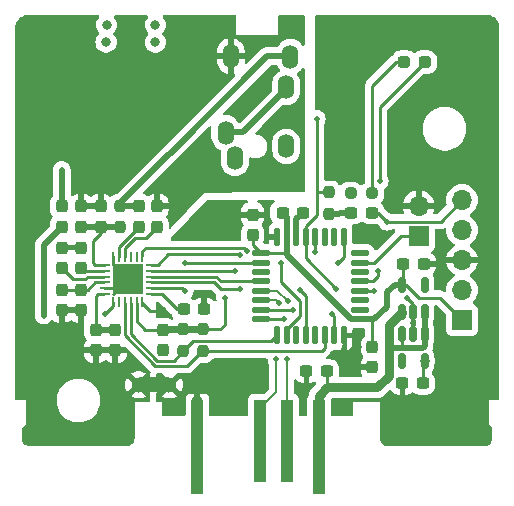
<source format=gtl>
G04 #@! TF.GenerationSoftware,KiCad,Pcbnew,8.0.2*
G04 #@! TF.CreationDate,2024-05-11T12:05:46+10:00*
G04 #@! TF.ProjectId,hawk,6861776b-2e6b-4696-9361-645f70636258,1*
G04 #@! TF.SameCoordinates,Original*
G04 #@! TF.FileFunction,Copper,L1,Top*
G04 #@! TF.FilePolarity,Positive*
%FSLAX46Y46*%
G04 Gerber Fmt 4.6, Leading zero omitted, Abs format (unit mm)*
G04 Created by KiCad (PCBNEW 8.0.2) date 2024-05-11 12:05:46*
%MOMM*%
%LPD*%
G01*
G04 APERTURE LIST*
G04 Aperture macros list*
%AMRoundRect*
0 Rectangle with rounded corners*
0 $1 Rounding radius*
0 $2 $3 $4 $5 $6 $7 $8 $9 X,Y pos of 4 corners*
0 Add a 4 corners polygon primitive as box body*
4,1,4,$2,$3,$4,$5,$6,$7,$8,$9,$2,$3,0*
0 Add four circle primitives for the rounded corners*
1,1,$1+$1,$2,$3*
1,1,$1+$1,$4,$5*
1,1,$1+$1,$6,$7*
1,1,$1+$1,$8,$9*
0 Add four rect primitives between the rounded corners*
20,1,$1+$1,$2,$3,$4,$5,0*
20,1,$1+$1,$4,$5,$6,$7,0*
20,1,$1+$1,$6,$7,$8,$9,0*
20,1,$1+$1,$8,$9,$2,$3,0*%
G04 Aperture macros list end*
G04 #@! TA.AperFunction,EtchedComponent*
%ADD10C,0.000000*%
G04 #@! TD*
G04 #@! TA.AperFunction,ComponentPad*
%ADD11O,1.371600X2.006600*%
G04 #@! TD*
G04 #@! TA.AperFunction,SMDPad,CuDef*
%ADD12RoundRect,0.237500X-0.237500X0.300000X-0.237500X-0.300000X0.237500X-0.300000X0.237500X0.300000X0*%
G04 #@! TD*
G04 #@! TA.AperFunction,SMDPad,CuDef*
%ADD13RoundRect,0.237500X0.300000X0.237500X-0.300000X0.237500X-0.300000X-0.237500X0.300000X-0.237500X0*%
G04 #@! TD*
G04 #@! TA.AperFunction,SMDPad,CuDef*
%ADD14RoundRect,0.237500X-0.237500X0.250000X-0.237500X-0.250000X0.237500X-0.250000X0.237500X0.250000X0*%
G04 #@! TD*
G04 #@! TA.AperFunction,ComponentPad*
%ADD15C,1.300000*%
G04 #@! TD*
G04 #@! TA.AperFunction,SMDPad,CuDef*
%ADD16R,1.000000X7.000000*%
G04 #@! TD*
G04 #@! TA.AperFunction,SMDPad,CuDef*
%ADD17RoundRect,0.237500X0.237500X-0.300000X0.237500X0.300000X-0.237500X0.300000X-0.237500X-0.300000X0*%
G04 #@! TD*
G04 #@! TA.AperFunction,SMDPad,CuDef*
%ADD18RoundRect,0.150000X0.150000X-0.512500X0.150000X0.512500X-0.150000X0.512500X-0.150000X-0.512500X0*%
G04 #@! TD*
G04 #@! TA.AperFunction,SMDPad,CuDef*
%ADD19RoundRect,0.125000X0.625000X0.125000X-0.625000X0.125000X-0.625000X-0.125000X0.625000X-0.125000X0*%
G04 #@! TD*
G04 #@! TA.AperFunction,SMDPad,CuDef*
%ADD20RoundRect,0.125000X0.125000X0.625000X-0.125000X0.625000X-0.125000X-0.625000X0.125000X-0.625000X0*%
G04 #@! TD*
G04 #@! TA.AperFunction,SMDPad,CuDef*
%ADD21RoundRect,0.237500X-0.300000X-0.237500X0.300000X-0.237500X0.300000X0.237500X-0.300000X0.237500X0*%
G04 #@! TD*
G04 #@! TA.AperFunction,SMDPad,CuDef*
%ADD22RoundRect,0.237500X0.287500X0.237500X-0.287500X0.237500X-0.287500X-0.237500X0.287500X-0.237500X0*%
G04 #@! TD*
G04 #@! TA.AperFunction,SMDPad,CuDef*
%ADD23RoundRect,0.150000X-0.150000X0.512500X-0.150000X-0.512500X0.150000X-0.512500X0.150000X0.512500X0*%
G04 #@! TD*
G04 #@! TA.AperFunction,SMDPad,CuDef*
%ADD24R,0.812800X0.254000*%
G04 #@! TD*
G04 #@! TA.AperFunction,SMDPad,CuDef*
%ADD25R,0.254000X0.812800*%
G04 #@! TD*
G04 #@! TA.AperFunction,SMDPad,CuDef*
%ADD26R,2.641600X2.641600*%
G04 #@! TD*
G04 #@! TA.AperFunction,SMDPad,CuDef*
%ADD27R,1.000000X8.000000*%
G04 #@! TD*
G04 #@! TA.AperFunction,SMDPad,CuDef*
%ADD28RoundRect,0.237500X0.250000X0.237500X-0.250000X0.237500X-0.250000X-0.237500X0.250000X-0.237500X0*%
G04 #@! TD*
G04 #@! TA.AperFunction,ComponentPad*
%ADD29R,1.700000X1.700000*%
G04 #@! TD*
G04 #@! TA.AperFunction,ComponentPad*
%ADD30O,1.700000X1.700000*%
G04 #@! TD*
G04 #@! TA.AperFunction,ViaPad*
%ADD31C,0.800000*%
G04 #@! TD*
G04 #@! TA.AperFunction,ViaPad*
%ADD32C,0.500000*%
G04 #@! TD*
G04 #@! TA.AperFunction,Conductor*
%ADD33C,0.250000*%
G04 #@! TD*
G04 #@! TA.AperFunction,Conductor*
%ADD34C,0.500000*%
G04 #@! TD*
G04 #@! TA.AperFunction,Conductor*
%ADD35C,1.000000*%
G04 #@! TD*
G04 #@! TA.AperFunction,Conductor*
%ADD36C,0.800000*%
G04 #@! TD*
G04 #@! TA.AperFunction,Conductor*
%ADD37C,0.200000*%
G04 #@! TD*
G04 #@! TA.AperFunction,Conductor*
%ADD38C,0.600000*%
G04 #@! TD*
G04 APERTURE END LIST*
D10*
G04 #@! TA.AperFunction,EtchedComponent*
G36*
X141203200Y-113832400D02*
G01*
X138603200Y-113832400D01*
X138603200Y-112532400D01*
X141203200Y-112532400D01*
X141203200Y-113832400D01*
G37*
G04 #@! TD.AperFunction*
D11*
X151449999Y-85400000D03*
X146399999Y-85350000D03*
X151100000Y-88000000D03*
X145950000Y-91850000D03*
X146750000Y-94000000D03*
X151100000Y-93000000D03*
D12*
X158394400Y-109983100D03*
X158394400Y-111708100D03*
D13*
X154532500Y-112014000D03*
X152807500Y-112014000D03*
D14*
X154686000Y-96877500D03*
X154686000Y-98702500D03*
D12*
X140154700Y-98070500D03*
X140154700Y-99795500D03*
D15*
X141203200Y-113182400D03*
X138603200Y-113182400D03*
D16*
X148890614Y-117929844D03*
D13*
X158342500Y-98610000D03*
X156617500Y-98610000D03*
X162660500Y-113030000D03*
X160935500Y-113030000D03*
D12*
X138630700Y-98070500D03*
X138630700Y-99795500D03*
D17*
X135382000Y-99795500D03*
X135382000Y-98070500D03*
D18*
X160898800Y-106984800D03*
X161848800Y-106984800D03*
X162798800Y-106984800D03*
X162798800Y-104709800D03*
X160898800Y-104709800D03*
D14*
X142367000Y-108498500D03*
X142367000Y-110323500D03*
D19*
X157323500Y-107629500D03*
X157323500Y-106829500D03*
X157323500Y-106029500D03*
X157323500Y-105229500D03*
X157323500Y-104429500D03*
X157323500Y-103629500D03*
X157323500Y-102829500D03*
X157323500Y-102029500D03*
D20*
X155948500Y-100654500D03*
X155148500Y-100654500D03*
X154348500Y-100654500D03*
X153548500Y-100654500D03*
X152748500Y-100654500D03*
X151948500Y-100654500D03*
X151148500Y-100654500D03*
X150348500Y-100654500D03*
D19*
X148973500Y-102029500D03*
X148973500Y-102829500D03*
X148973500Y-103629500D03*
X148973500Y-104429500D03*
X148973500Y-105229500D03*
X148973500Y-106029500D03*
X148973500Y-106829500D03*
X148973500Y-107629500D03*
D20*
X150348500Y-109004500D03*
X151148500Y-109004500D03*
X151948500Y-109004500D03*
X152748500Y-109004500D03*
X153548500Y-109004500D03*
X154348500Y-109004500D03*
X155148500Y-109004500D03*
X155948500Y-109004500D03*
D21*
X161012800Y-102926300D03*
X162737800Y-102926300D03*
D17*
X133731000Y-99795500D03*
X133731000Y-98070500D03*
D22*
X162802500Y-85849500D03*
X161052500Y-85849500D03*
D12*
X140659100Y-108548500D03*
X140659100Y-110273500D03*
D17*
X148252500Y-100501000D03*
X148252500Y-98776000D03*
D12*
X136620700Y-108542500D03*
X136620700Y-110267500D03*
D17*
X132082500Y-103282500D03*
X132082500Y-101557500D03*
D23*
X162798800Y-108906300D03*
X161848800Y-108906300D03*
X160898800Y-108906300D03*
X160898800Y-111181300D03*
X162798800Y-111181300D03*
D12*
X133699700Y-105153500D03*
X133699700Y-106878500D03*
D24*
X135727400Y-103014500D03*
X135727400Y-103514499D03*
X135727400Y-104014500D03*
X135727400Y-104514500D03*
X135727400Y-105014501D03*
X135727400Y-105514500D03*
D25*
X136420500Y-106207600D03*
X136920499Y-106207600D03*
X137420500Y-106207600D03*
X137920500Y-106207600D03*
X138420501Y-106207600D03*
X138920500Y-106207600D03*
D24*
X139613600Y-105514500D03*
X139613600Y-105014501D03*
X139613600Y-104514500D03*
X139613600Y-104014500D03*
X139613600Y-103514499D03*
X139613600Y-103014500D03*
D25*
X138920500Y-102321400D03*
X138420501Y-102321400D03*
X137920500Y-102321400D03*
X137420500Y-102321400D03*
X136920499Y-102321400D03*
X136420500Y-102321400D03*
D26*
X137670500Y-104264500D03*
D17*
X133699700Y-103282500D03*
X133699700Y-101557500D03*
D21*
X150776600Y-98610000D03*
X152501600Y-98610000D03*
D16*
X151141155Y-117929844D03*
D12*
X132080000Y-98070500D03*
X132080000Y-99795500D03*
D14*
X137033000Y-98020500D03*
X137033000Y-99845500D03*
D21*
X142396000Y-106804500D03*
X144121000Y-106804500D03*
D27*
X153878516Y-118421729D03*
D14*
X144018000Y-108498500D03*
X144018000Y-110323500D03*
D27*
X143574057Y-118421729D03*
D12*
X134969700Y-108542500D03*
X134969700Y-110267500D03*
D28*
X158373000Y-96977200D03*
X156548000Y-96977200D03*
D12*
X132082500Y-105153500D03*
X132082500Y-106878500D03*
D29*
X162306000Y-100589000D03*
D30*
X162306000Y-98049000D03*
D29*
X165989000Y-107696000D03*
D30*
X165989000Y-105156000D03*
X165989000Y-102616000D03*
X165989000Y-100076000D03*
X165989000Y-97536000D03*
D31*
X146179500Y-112265500D03*
X152501600Y-98610000D03*
X145290500Y-112265500D03*
X154686000Y-98679000D03*
X157099000Y-109982000D03*
X162712400Y-102920800D03*
X147068500Y-114932500D03*
X156617500Y-98610000D03*
X145290500Y-113154500D03*
X145290500Y-114043500D03*
X140659100Y-110273500D03*
X146179500Y-113154500D03*
X157022800Y-110888157D03*
X146179500Y-114932500D03*
X146179500Y-114043500D03*
X140587201Y-106934000D03*
X145290500Y-114932500D03*
X148252500Y-98776000D03*
X147068500Y-113154500D03*
X152527000Y-113538000D03*
X147068500Y-114043500D03*
D32*
X161290000Y-105791000D03*
D31*
X145290500Y-111376500D03*
D32*
X161848800Y-107950000D03*
D31*
X144121000Y-106804500D03*
X142369500Y-106804500D03*
X162798800Y-111181300D03*
X134969700Y-108542500D03*
X136620700Y-108542500D03*
D32*
X159639000Y-99364800D03*
X158546800Y-105257600D03*
X150926800Y-107629500D03*
X150266400Y-110998000D03*
X150489833Y-106280000D03*
X142494000Y-105206800D03*
X142544800Y-102870000D03*
X153553132Y-101927040D03*
X147777291Y-101843086D03*
X147162051Y-102215149D03*
X150622000Y-102901000D03*
X155448000Y-102870000D03*
X146736800Y-103506000D03*
X147167600Y-105054400D03*
X152247600Y-105156000D03*
X158893750Y-103516750D03*
X159006500Y-95910400D03*
D31*
X129545000Y-108707000D03*
X132082500Y-101557500D03*
X130434000Y-108707000D03*
X133731000Y-98070500D03*
X136620700Y-110267500D03*
X132222000Y-109728000D03*
X138178500Y-104772500D03*
X133699700Y-106878500D03*
X137162500Y-104772500D03*
X132212000Y-110739000D03*
X131323000Y-110739000D03*
X140154700Y-98070500D03*
X132082500Y-106878500D03*
X138178500Y-103756500D03*
X137162500Y-103756500D03*
X131323000Y-108707000D03*
X130434000Y-110739000D03*
X131333000Y-109728000D03*
X135382000Y-98070500D03*
X130444000Y-109728000D03*
X129545000Y-110739000D03*
X134969700Y-110267500D03*
X129555000Y-109728000D03*
X132212000Y-108707000D03*
X133699700Y-101557500D03*
D32*
X151231600Y-106121200D03*
X151179060Y-111007657D03*
D31*
X140004800Y-82702400D03*
D32*
X155321000Y-105029000D03*
X154940000Y-107188000D03*
X153670000Y-90678000D03*
X151638000Y-106885000D03*
X132080000Y-94996000D03*
D31*
X148252500Y-100501000D03*
D32*
X145923000Y-105791000D03*
D31*
X150776600Y-98610000D03*
X135839200Y-84175600D03*
X156548000Y-96977200D03*
D32*
X130556000Y-107315000D03*
X135763000Y-107188000D03*
D31*
X135890000Y-82702400D03*
X140004800Y-84175600D03*
D33*
X152807500Y-112014000D02*
X152807500Y-113257500D01*
D34*
X157022800Y-111353600D02*
X157377300Y-111708100D01*
D33*
X139596100Y-106934000D02*
X138920500Y-106258400D01*
D34*
X151948500Y-99163100D02*
X152501600Y-98610000D01*
D35*
X143574057Y-118421729D02*
X143574057Y-114678500D01*
D33*
X161848800Y-106984800D02*
X161848800Y-106349800D01*
X152807500Y-113257500D02*
X152527000Y-113538000D01*
D34*
X157022800Y-110888157D02*
X157022800Y-111353600D01*
D33*
X161848800Y-106349800D02*
X161290000Y-105791000D01*
D35*
X143574057Y-118421729D02*
X143574057Y-114837057D01*
D34*
X151948500Y-100654500D02*
X151948500Y-99163100D01*
D33*
X140587201Y-106934000D02*
X139596100Y-106934000D01*
D34*
X157377300Y-111708100D02*
X158394400Y-111708100D01*
X136620700Y-108542500D02*
X134969700Y-108542500D01*
D33*
X141861500Y-106804500D02*
X142369500Y-106804500D01*
X162660500Y-113030000D02*
X162660500Y-111319600D01*
X140571500Y-105514500D02*
X141861500Y-106804500D01*
X135150500Y-105514500D02*
X135676600Y-105514500D01*
X134969700Y-108235300D02*
X134969700Y-105695300D01*
X134969700Y-105695300D02*
X135150500Y-105514500D01*
X140571500Y-105514500D02*
X139664400Y-105514500D01*
X158518700Y-105229500D02*
X157323500Y-105229500D01*
X159639000Y-99364800D02*
X164160200Y-99364800D01*
X158884200Y-98610000D02*
X158342500Y-98610000D01*
X158546800Y-105257600D02*
X158518700Y-105229500D01*
X164160200Y-99364800D02*
X165989000Y-97536000D01*
X159639000Y-99364800D02*
X158884200Y-98610000D01*
D36*
X153878516Y-118421729D02*
X153878516Y-114091484D01*
D33*
X160898800Y-107071200D02*
X160909000Y-107061000D01*
D36*
X159766000Y-112395000D02*
X159766000Y-108117600D01*
X160822600Y-107061000D02*
X160909000Y-107061000D01*
X154561500Y-113408500D02*
X158752500Y-113408500D01*
D33*
X160898800Y-109997200D02*
X160934400Y-110032800D01*
D36*
X160909000Y-107061000D02*
X160909000Y-106974600D01*
X160909000Y-106974600D02*
X160898800Y-106984800D01*
D34*
X162798800Y-109895600D02*
X162661600Y-110032800D01*
X162798800Y-108906300D02*
X162798800Y-106984800D01*
D33*
X160898800Y-108906300D02*
X160898800Y-109997200D01*
D34*
X160934400Y-110032800D02*
X159867600Y-110032800D01*
D33*
X154532500Y-113379500D02*
X154561500Y-113408500D01*
X154532500Y-112014000D02*
X154532500Y-113379500D01*
D34*
X162661600Y-110032800D02*
X160934400Y-110032800D01*
X162798800Y-108906300D02*
X162798800Y-109895600D01*
D36*
X158752500Y-113408500D02*
X159766000Y-112395000D01*
X153878516Y-114091484D02*
X154561500Y-113408500D01*
X159766000Y-108117600D02*
X160822600Y-107061000D01*
D33*
X150926800Y-107629500D02*
X148973500Y-107629500D01*
X141594000Y-111136000D02*
X140188605Y-111136000D01*
X142369500Y-110360500D02*
X141594000Y-111136000D01*
X137920500Y-108867895D02*
X137920500Y-106258400D01*
X143182000Y-109511000D02*
X142369500Y-110323500D01*
X140188605Y-111136000D02*
X137920500Y-108867895D01*
X149842000Y-109511000D02*
X143182000Y-109511000D01*
X150348500Y-109004500D02*
X149842000Y-109511000D01*
X143930500Y-110323500D02*
X154081195Y-110323500D01*
X154348500Y-110056195D02*
X154348500Y-109004500D01*
X154081195Y-110323500D02*
X154348500Y-110056195D01*
X137420500Y-109004291D02*
X140002209Y-111586000D01*
X142668000Y-111586000D02*
X143930500Y-110323500D01*
X140002209Y-111586000D02*
X142668000Y-111586000D01*
X137420500Y-106258400D02*
X137420500Y-109004291D01*
D37*
X150266400Y-110998000D02*
X150266400Y-113766600D01*
X148973500Y-106029500D02*
X150239333Y-106029500D01*
X150239333Y-106029500D02*
X150489833Y-106280000D01*
X150266400Y-113766600D02*
X148890614Y-115142386D01*
D33*
X158536500Y-102829500D02*
X160777000Y-100589000D01*
X157323500Y-102829500D02*
X158536500Y-102829500D01*
X160777000Y-100589000D02*
X162306000Y-100589000D01*
X142494000Y-105206800D02*
X142301701Y-105014501D01*
X142544800Y-102870000D02*
X142585300Y-102829500D01*
X142585300Y-102829500D02*
X148973500Y-102829500D01*
X142301701Y-105014501D02*
X139613600Y-105014501D01*
X147534205Y-101600000D02*
X139192000Y-101600000D01*
X153553132Y-101927040D02*
X153553132Y-100659132D01*
X138920500Y-101871500D02*
X138920500Y-102270600D01*
X147777291Y-101843086D02*
X147534205Y-101600000D01*
X139192000Y-101600000D02*
X138920500Y-101871500D01*
X147076302Y-102129400D02*
X141101000Y-102129400D01*
X151148500Y-109004500D02*
X151148500Y-108418104D01*
X141101000Y-102129400D02*
X140215900Y-103014500D01*
X152243000Y-107323604D02*
X152243000Y-106112000D01*
X151148500Y-108418104D02*
X152243000Y-107323604D01*
X152243000Y-106112000D02*
X150622000Y-104491000D01*
X140215900Y-103014500D02*
X139613600Y-103014500D01*
X147162051Y-102215149D02*
X147076302Y-102129400D01*
X150622000Y-104491000D02*
X150622000Y-102901000D01*
X155948500Y-102369500D02*
X155948500Y-100654500D01*
X146735800Y-103505000D02*
X144399000Y-103505000D01*
X155448000Y-102870000D02*
X155948500Y-102369500D01*
X144399000Y-103505000D02*
X144389501Y-103514499D01*
X144389501Y-103514499D02*
X139613600Y-103514499D01*
X146736800Y-103506000D02*
X146735800Y-103505000D01*
X145137100Y-104014500D02*
X139664400Y-104014500D01*
X148973500Y-104429500D02*
X145552100Y-104429500D01*
X145552100Y-104429500D02*
X145137100Y-104014500D01*
X145002100Y-104514500D02*
X139664400Y-104514500D01*
X147167600Y-105054400D02*
X147116800Y-105105200D01*
X152247600Y-105156000D02*
X152748500Y-105656900D01*
X152748500Y-105656900D02*
X152748500Y-109004500D01*
X145592800Y-105105200D02*
X145002100Y-104514500D01*
X147116800Y-105105200D02*
X145592800Y-105105200D01*
X158893750Y-103996250D02*
X158460500Y-104429500D01*
X159006500Y-95910400D02*
X159006500Y-89645500D01*
X158893750Y-103516750D02*
X158893750Y-103996250D01*
X159006500Y-89645500D02*
X162802500Y-85849500D01*
X158460500Y-104429500D02*
X157323500Y-104429500D01*
X158373000Y-93347200D02*
X158371500Y-93345700D01*
X158371500Y-87894104D02*
X158371500Y-93345700D01*
X158373000Y-96977200D02*
X158373000Y-93347200D01*
X160416104Y-85849500D02*
X158371500Y-87894104D01*
X161052500Y-85849500D02*
X160416104Y-85849500D01*
D35*
X130434000Y-110739000D02*
X130429000Y-110744000D01*
D33*
X136458800Y-103052800D02*
X137162500Y-103756500D01*
D35*
X130439000Y-109733000D02*
X129560000Y-109733000D01*
X132232000Y-109728000D02*
X132227000Y-109733000D01*
X131318000Y-110744000D02*
X130439000Y-110744000D01*
D33*
X135676600Y-105014501D02*
X136920499Y-105014501D01*
D35*
X132207000Y-108712000D02*
X131328000Y-108712000D01*
X132217000Y-110744000D02*
X132212000Y-110739000D01*
X130429000Y-110744000D02*
X129550000Y-110744000D01*
D33*
X136458800Y-102308900D02*
X136458800Y-103052800D01*
D35*
X131333000Y-109728000D02*
X131328000Y-109733000D01*
X130429000Y-108712000D02*
X129550000Y-108712000D01*
X131328000Y-109733000D02*
X130449000Y-109733000D01*
X132222000Y-109728000D02*
X132217000Y-109733000D01*
X131318000Y-108712000D02*
X130439000Y-108712000D01*
X131328000Y-108712000D02*
X131323000Y-108707000D01*
X132212000Y-108707000D02*
X132207000Y-108712000D01*
X132207000Y-110744000D02*
X131328000Y-110744000D01*
D33*
X136458800Y-105476200D02*
X137670500Y-104264500D01*
D35*
X132227000Y-109733000D02*
X132222000Y-109728000D01*
X129560000Y-109733000D02*
X129555000Y-109728000D01*
X130449000Y-109733000D02*
X130444000Y-109728000D01*
X131323000Y-110739000D02*
X131318000Y-110744000D01*
X132217000Y-108712000D02*
X132212000Y-108707000D01*
X129550000Y-110744000D02*
X129545000Y-110739000D01*
X131323000Y-108707000D02*
X131318000Y-108712000D01*
X130439000Y-110744000D02*
X130434000Y-110739000D01*
X130444000Y-109728000D02*
X130439000Y-109733000D01*
D33*
X136458800Y-105476200D02*
X137162500Y-104772500D01*
D35*
X132217000Y-109733000D02*
X131338000Y-109733000D01*
X131338000Y-109733000D02*
X131333000Y-109728000D01*
X129555000Y-109728000D02*
X129550000Y-109733000D01*
X129545000Y-108707000D02*
X129540000Y-108712000D01*
X131328000Y-110744000D02*
X131323000Y-110739000D01*
X130439000Y-108712000D02*
X130434000Y-108707000D01*
X129545000Y-110739000D02*
X129540000Y-110744000D01*
X130434000Y-108707000D02*
X130429000Y-108712000D01*
X129550000Y-108712000D02*
X129545000Y-108707000D01*
X132212000Y-110739000D02*
X132207000Y-110744000D01*
D37*
X151231600Y-106121200D02*
X150339900Y-105229500D01*
X151130000Y-111056717D02*
X151130000Y-117918689D01*
X151179060Y-111007657D02*
X151130000Y-111056717D01*
X150339900Y-105229500D02*
X148973500Y-105229500D01*
D33*
X138303000Y-100711000D02*
X139239200Y-100711000D01*
X139239200Y-100711000D02*
X140154700Y-99795500D01*
X140154700Y-100018000D02*
X140154700Y-99795500D01*
X137420500Y-101593500D02*
X138303000Y-100711000D01*
X137420500Y-102321400D02*
X137420500Y-101593500D01*
X136920499Y-102321400D02*
X136920499Y-101505701D01*
X136920499Y-101505701D02*
X138630700Y-99795500D01*
X138630700Y-99795500D02*
X138630700Y-99941800D01*
X134303401Y-105153500D02*
X134942401Y-104514500D01*
X134942401Y-104514500D02*
X135676600Y-104514500D01*
X132175700Y-105153500D02*
X133699700Y-105153500D01*
X133699700Y-105153500D02*
X134303401Y-105153500D01*
X133041600Y-104241600D02*
X132082500Y-103282500D01*
X134073595Y-104241600D02*
X133041600Y-104241600D01*
X135676600Y-104014500D02*
X134300695Y-104014500D01*
X134300695Y-104014500D02*
X134073595Y-104241600D01*
X135676600Y-103514499D02*
X133931699Y-103514499D01*
D34*
X135382000Y-99795500D02*
X136983000Y-99795500D01*
D33*
X134747000Y-102844600D02*
X134747000Y-100965000D01*
X134747000Y-100965000D02*
X135382000Y-100330000D01*
D34*
X133731000Y-99795500D02*
X135382000Y-99795500D01*
D33*
X134916900Y-103014500D02*
X134747000Y-102844600D01*
X135727400Y-103014500D02*
X134916900Y-103014500D01*
X135382000Y-100330000D02*
X135382000Y-99795500D01*
X135255000Y-99922500D02*
X135382000Y-99795500D01*
X152748500Y-102456500D02*
X152748500Y-100654500D01*
X154686000Y-96877500D02*
X153678495Y-96877500D01*
X153654995Y-96901000D02*
X153654995Y-98803500D01*
X153670000Y-90678000D02*
X153654995Y-90693005D01*
X155148500Y-107396500D02*
X154940000Y-107188000D01*
X153654995Y-98803500D02*
X152748500Y-99709995D01*
X155321000Y-105029000D02*
X152748500Y-102456500D01*
X155148500Y-109004500D02*
X155148500Y-107396500D01*
X153654995Y-90693005D02*
X153654995Y-96901000D01*
X152748500Y-99709995D02*
X152748500Y-100654500D01*
X153678495Y-96877500D02*
X153654995Y-96901000D01*
X151638000Y-106885000D02*
X149029000Y-106885000D01*
D34*
X141192700Y-93599000D02*
X136979700Y-97812000D01*
X138630700Y-97888200D02*
X138630700Y-98070500D01*
X149457749Y-85365251D02*
X141224000Y-93599000D01*
X137033000Y-98020500D02*
X138580700Y-98020500D01*
X151543299Y-85365251D02*
X149457749Y-85365251D01*
D33*
X138580700Y-98020500D02*
X138630700Y-98070500D01*
D34*
X141224000Y-93599000D02*
X141192700Y-93599000D01*
X146043300Y-91786900D02*
X147443300Y-91786900D01*
X147443300Y-91786900D02*
X151243300Y-87986900D01*
X132080000Y-98070500D02*
X132080000Y-94996000D01*
X157323500Y-107629500D02*
X158546800Y-107629500D01*
X151148500Y-100654500D02*
X151148500Y-98981900D01*
D38*
X143205200Y-108498500D02*
X142367000Y-108498500D01*
D33*
X158394400Y-109983100D02*
X158394400Y-107781900D01*
X148252500Y-100501000D02*
X148252500Y-101308500D01*
X161224800Y-104709800D02*
X160898800Y-104709800D01*
X164109400Y-105816400D02*
X162331400Y-105816400D01*
D38*
X144018000Y-108498500D02*
X143205200Y-108498500D01*
D34*
X159613600Y-105359200D02*
X160263000Y-104709800D01*
D33*
X162331400Y-105816400D02*
X161224800Y-104709800D01*
X139155500Y-108548500D02*
X140659100Y-108548500D01*
D34*
X151148500Y-98981900D02*
X150776600Y-98610000D01*
D33*
X144018000Y-108498500D02*
X145501500Y-108498500D01*
X151072500Y-102029500D02*
X151148500Y-102105500D01*
X138420501Y-106258400D02*
X138420501Y-107813501D01*
X145501500Y-108498500D02*
X145923000Y-108077000D01*
X138420501Y-107813501D02*
X139155500Y-108548500D01*
X158394400Y-107781900D02*
X158546800Y-107629500D01*
X148973500Y-102029500D02*
X151072500Y-102029500D01*
X165989000Y-107696000D02*
X164109400Y-105816400D01*
D38*
X143205200Y-108498500D02*
X140709100Y-108498500D01*
D34*
X151148500Y-102105500D02*
X151148500Y-102217673D01*
X158562500Y-107629500D02*
X159613600Y-106578400D01*
D33*
X148252500Y-101308500D02*
X148973500Y-102029500D01*
D34*
X159613600Y-106578400D02*
X159613600Y-105359200D01*
X151148500Y-100654500D02*
X151148500Y-102105500D01*
X158546800Y-107629500D02*
X158562500Y-107629500D01*
X160263000Y-104709800D02*
X160898800Y-104709800D01*
D33*
X161012800Y-102926300D02*
X161012800Y-104595800D01*
D34*
X151148500Y-102217673D02*
X156560327Y-107629500D01*
D33*
X145923000Y-108077000D02*
X145923000Y-105791000D01*
D34*
X130556000Y-101319500D02*
X132080000Y-99795500D01*
D33*
X136420500Y-106207600D02*
X136420500Y-106530500D01*
X136420500Y-106530500D02*
X135763000Y-107188000D01*
D34*
X130556000Y-107315000D02*
X130556000Y-101319500D01*
G04 #@! TA.AperFunction,Conductor*
G36*
X135210432Y-81896185D02*
G01*
X135256187Y-81948989D01*
X135266131Y-82018147D01*
X135237106Y-82081703D01*
X135235543Y-82083472D01*
X135157466Y-82170185D01*
X135062821Y-82334115D01*
X135062818Y-82334122D01*
X135004327Y-82514140D01*
X135004326Y-82514144D01*
X134984540Y-82702400D01*
X135004326Y-82890656D01*
X135004327Y-82890659D01*
X135062818Y-83070677D01*
X135062821Y-83070684D01*
X135157467Y-83234616D01*
X135241774Y-83328248D01*
X135272004Y-83391239D01*
X135263379Y-83460574D01*
X135236991Y-83497264D01*
X135237677Y-83497882D01*
X135106666Y-83643385D01*
X135012021Y-83807315D01*
X135012018Y-83807322D01*
X134954900Y-83983114D01*
X134953526Y-83987344D01*
X134933740Y-84175600D01*
X134953526Y-84363856D01*
X134953527Y-84363859D01*
X135012018Y-84543877D01*
X135012021Y-84543884D01*
X135106667Y-84707816D01*
X135233329Y-84848488D01*
X135386465Y-84959748D01*
X135386470Y-84959751D01*
X135559392Y-85036742D01*
X135559397Y-85036744D01*
X135744554Y-85076100D01*
X135744555Y-85076100D01*
X135933844Y-85076100D01*
X135933846Y-85076100D01*
X136119003Y-85036744D01*
X136291930Y-84959751D01*
X136445071Y-84848488D01*
X136571733Y-84707816D01*
X136666379Y-84543884D01*
X136724874Y-84363856D01*
X136744660Y-84175600D01*
X136724874Y-83987344D01*
X136666379Y-83807316D01*
X136571733Y-83643384D01*
X136502056Y-83566000D01*
X136487425Y-83549750D01*
X136457195Y-83486758D01*
X136465820Y-83417423D01*
X136492211Y-83380738D01*
X136491522Y-83380118D01*
X136513213Y-83356028D01*
X136622533Y-83234616D01*
X136717179Y-83070684D01*
X136775674Y-82890656D01*
X136795460Y-82702400D01*
X136775674Y-82514144D01*
X136717179Y-82334116D01*
X136622533Y-82170184D01*
X136544457Y-82083472D01*
X136514227Y-82020481D01*
X136522852Y-81951145D01*
X136567594Y-81897480D01*
X136634246Y-81876522D01*
X136636607Y-81876500D01*
X139258193Y-81876500D01*
X139325232Y-81896185D01*
X139370987Y-81948989D01*
X139380931Y-82018147D01*
X139351906Y-82081703D01*
X139350343Y-82083472D01*
X139272266Y-82170185D01*
X139177621Y-82334115D01*
X139177618Y-82334122D01*
X139119127Y-82514140D01*
X139119126Y-82514144D01*
X139099340Y-82702400D01*
X139119126Y-82890656D01*
X139119127Y-82890659D01*
X139177618Y-83070677D01*
X139177621Y-83070684D01*
X139272267Y-83234616D01*
X139356574Y-83328248D01*
X139381587Y-83356028D01*
X139411817Y-83419019D01*
X139403192Y-83488355D01*
X139381587Y-83521972D01*
X139272266Y-83643385D01*
X139177621Y-83807315D01*
X139177618Y-83807322D01*
X139120500Y-83983114D01*
X139119126Y-83987344D01*
X139099340Y-84175600D01*
X139119126Y-84363856D01*
X139119127Y-84363859D01*
X139177618Y-84543877D01*
X139177621Y-84543884D01*
X139272267Y-84707816D01*
X139398929Y-84848488D01*
X139552065Y-84959748D01*
X139552070Y-84959751D01*
X139724992Y-85036742D01*
X139724997Y-85036744D01*
X139910154Y-85076100D01*
X139910155Y-85076100D01*
X140099444Y-85076100D01*
X140099446Y-85076100D01*
X140284603Y-85036744D01*
X140457530Y-84959751D01*
X140610671Y-84848488D01*
X140737333Y-84707816D01*
X140831979Y-84543884D01*
X140890474Y-84363856D01*
X140910260Y-84175600D01*
X140890474Y-83987344D01*
X140831979Y-83807316D01*
X140737333Y-83643384D01*
X140628010Y-83521968D01*
X140597782Y-83458981D01*
X140606407Y-83389646D01*
X140628007Y-83356033D01*
X140737333Y-83234616D01*
X140831979Y-83070684D01*
X140890474Y-82890656D01*
X140910260Y-82702400D01*
X140890474Y-82514144D01*
X140831979Y-82334116D01*
X140737333Y-82170184D01*
X140659257Y-82083472D01*
X140629027Y-82020481D01*
X140637652Y-81951145D01*
X140682394Y-81897480D01*
X140749046Y-81876522D01*
X140751407Y-81876500D01*
X146752300Y-81876500D01*
X146819339Y-81896185D01*
X146865094Y-81948989D01*
X146876300Y-82000500D01*
X146876300Y-83566000D01*
X150376300Y-83566000D01*
X150376300Y-82000500D01*
X150395985Y-81933461D01*
X150448789Y-81887706D01*
X150500300Y-81876500D01*
X152532500Y-81876500D01*
X152599539Y-81896185D01*
X152645294Y-81948989D01*
X152656500Y-82000500D01*
X152656500Y-84343218D01*
X152636815Y-84410257D01*
X152584011Y-84456012D01*
X152514853Y-84465956D01*
X152451297Y-84436931D01*
X152432183Y-84416104D01*
X152354862Y-84309684D01*
X152354858Y-84309678D01*
X152222821Y-84177641D01*
X152071756Y-84067885D01*
X151905380Y-83983113D01*
X151727792Y-83925411D01*
X151727790Y-83925410D01*
X151727788Y-83925410D01*
X151599017Y-83905014D01*
X151543363Y-83896200D01*
X151356635Y-83896200D01*
X151313882Y-83902971D01*
X151172209Y-83925410D01*
X150994615Y-83983114D01*
X150828241Y-84067885D01*
X150677175Y-84177642D01*
X150545141Y-84309676D01*
X150435386Y-84460739D01*
X150435382Y-84460746D01*
X150414207Y-84502304D01*
X150391410Y-84547046D01*
X150343438Y-84597841D01*
X150280927Y-84614751D01*
X149383825Y-84614751D01*
X149354991Y-84620485D01*
X149354992Y-84620486D01*
X149238842Y-84643590D01*
X149238832Y-84643593D01*
X149158830Y-84676730D01*
X149158831Y-84676731D01*
X149102254Y-84700166D01*
X149067939Y-84723095D01*
X149020449Y-84754827D01*
X149020121Y-84755046D01*
X148979334Y-84782298D01*
X148979330Y-84782301D01*
X147777553Y-85984078D01*
X147716230Y-86017563D01*
X147646538Y-86012579D01*
X147590605Y-85970707D01*
X147566188Y-85905243D01*
X147567399Y-85876998D01*
X147585799Y-85760829D01*
X147585799Y-85600000D01*
X146749999Y-85600000D01*
X146749999Y-85100000D01*
X147585799Y-85100000D01*
X147585799Y-84939169D01*
X147556601Y-84754827D01*
X147498921Y-84577308D01*
X147414183Y-84411001D01*
X147304482Y-84260009D01*
X147304478Y-84260004D01*
X147172494Y-84128020D01*
X147172489Y-84128016D01*
X147021497Y-84018315D01*
X146855190Y-83933577D01*
X146677674Y-83875898D01*
X146677668Y-83875896D01*
X146649999Y-83871513D01*
X146649999Y-84693025D01*
X146614904Y-84657930D01*
X146535094Y-84611852D01*
X146446077Y-84588000D01*
X146353921Y-84588000D01*
X146264904Y-84611852D01*
X146185094Y-84657930D01*
X146149999Y-84693025D01*
X146149999Y-83871513D01*
X146122329Y-83875896D01*
X146122323Y-83875898D01*
X145944807Y-83933577D01*
X145778500Y-84018315D01*
X145627508Y-84128016D01*
X145627503Y-84128020D01*
X145495519Y-84260004D01*
X145495515Y-84260009D01*
X145385814Y-84411001D01*
X145301076Y-84577308D01*
X145243396Y-84754827D01*
X145214199Y-84939169D01*
X145214199Y-85100000D01*
X146049999Y-85100000D01*
X146049999Y-85600000D01*
X145214199Y-85600000D01*
X145214199Y-85760830D01*
X145243396Y-85945172D01*
X145301076Y-86122691D01*
X145385814Y-86288998D01*
X145495515Y-86439990D01*
X145495519Y-86439995D01*
X145627503Y-86571979D01*
X145627508Y-86571983D01*
X145778500Y-86681684D01*
X145944805Y-86766422D01*
X146122325Y-86824102D01*
X146149998Y-86828485D01*
X146149999Y-86828484D01*
X146149999Y-86006975D01*
X146185094Y-86042070D01*
X146264904Y-86088148D01*
X146353921Y-86112000D01*
X146446077Y-86112000D01*
X146535094Y-86088148D01*
X146614904Y-86042070D01*
X146649999Y-86006975D01*
X146649999Y-86828484D01*
X146666067Y-86842209D01*
X146678795Y-86843854D01*
X146732246Y-86888852D01*
X146752884Y-86955604D01*
X146734158Y-87022917D01*
X146716578Y-87045053D01*
X140817244Y-92944386D01*
X140798459Y-92959804D01*
X140792743Y-92963623D01*
X140787970Y-92966813D01*
X140787969Y-92966814D01*
X140714281Y-93016049D01*
X136723506Y-97006824D01*
X136662183Y-97040309D01*
X136648428Y-97042501D01*
X136645247Y-97042825D01*
X136481484Y-97097092D01*
X136481481Y-97097093D01*
X136334648Y-97187661D01*
X136294826Y-97227483D01*
X136233503Y-97260968D01*
X136163811Y-97255982D01*
X136119465Y-97227482D01*
X136080038Y-97188055D01*
X136080034Y-97188052D01*
X135933311Y-97097551D01*
X135933300Y-97097546D01*
X135769652Y-97043319D01*
X135668654Y-97033000D01*
X135632000Y-97033000D01*
X135632000Y-98196500D01*
X135612315Y-98263539D01*
X135559511Y-98309294D01*
X135508000Y-98320500D01*
X133605000Y-98320500D01*
X133537961Y-98300815D01*
X133492206Y-98248011D01*
X133481000Y-98196500D01*
X133481000Y-97820500D01*
X133981000Y-97820500D01*
X135132000Y-97820500D01*
X135132000Y-97033000D01*
X135095361Y-97033000D01*
X135095343Y-97033001D01*
X134994347Y-97043319D01*
X134830699Y-97097546D01*
X134830688Y-97097551D01*
X134683965Y-97188052D01*
X134683961Y-97188055D01*
X134644180Y-97227836D01*
X134582857Y-97261321D01*
X134513165Y-97256335D01*
X134468820Y-97227836D01*
X134429038Y-97188055D01*
X134429034Y-97188052D01*
X134282311Y-97097551D01*
X134282300Y-97097546D01*
X134118652Y-97043319D01*
X134017654Y-97033000D01*
X133981000Y-97033000D01*
X133981000Y-97820500D01*
X133481000Y-97820500D01*
X133481000Y-97033000D01*
X133444361Y-97033000D01*
X133444343Y-97033001D01*
X133343347Y-97043319D01*
X133179699Y-97097546D01*
X133179688Y-97097551D01*
X133032962Y-97188054D01*
X133031407Y-97189284D01*
X133030140Y-97189795D01*
X133026815Y-97191846D01*
X133026464Y-97191277D01*
X132966611Y-97215422D01*
X132897969Y-97202379D01*
X132847276Y-97154296D01*
X132830500Y-97092015D01*
X132830500Y-95045108D01*
X132831280Y-95031223D01*
X132835249Y-94996000D01*
X132835249Y-94995997D01*
X132831280Y-94960774D01*
X132830500Y-94946890D01*
X132830500Y-94922081D01*
X132823261Y-94885692D01*
X132821659Y-94875398D01*
X132816313Y-94827941D01*
X132816312Y-94827938D01*
X132808671Y-94806101D01*
X132804094Y-94789332D01*
X132801660Y-94777095D01*
X132801658Y-94777087D01*
X132782766Y-94731477D01*
X132780285Y-94724979D01*
X132779358Y-94722332D01*
X132760456Y-94668310D01*
X132754708Y-94659162D01*
X132745143Y-94640648D01*
X132745084Y-94640505D01*
X132710834Y-94589247D01*
X132708949Y-94586338D01*
X132670477Y-94525110D01*
X132550890Y-94405523D01*
X132550889Y-94405522D01*
X132489677Y-94367060D01*
X132486760Y-94365169D01*
X132435495Y-94330916D01*
X132435488Y-94330912D01*
X132435340Y-94330851D01*
X132416844Y-94321295D01*
X132407694Y-94315546D01*
X132407691Y-94315544D01*
X132407690Y-94315544D01*
X132351003Y-94295708D01*
X132344530Y-94293237D01*
X132298913Y-94274342D01*
X132298911Y-94274341D01*
X132298910Y-94274341D01*
X132292799Y-94273125D01*
X132286659Y-94271904D01*
X132269902Y-94267330D01*
X132248059Y-94259687D01*
X132248060Y-94259687D01*
X132216794Y-94256163D01*
X132200614Y-94254340D01*
X132190312Y-94252739D01*
X132153918Y-94245500D01*
X132153917Y-94245500D01*
X132129110Y-94245500D01*
X132115226Y-94244720D01*
X132080002Y-94240751D01*
X132079998Y-94240751D01*
X132044774Y-94244720D01*
X132030890Y-94245500D01*
X132006082Y-94245500D01*
X131969685Y-94252739D01*
X131959382Y-94254341D01*
X131911940Y-94259687D01*
X131911939Y-94259687D01*
X131890097Y-94267330D01*
X131873341Y-94271903D01*
X131861097Y-94274339D01*
X131861088Y-94274341D01*
X131815466Y-94293237D01*
X131808974Y-94295715D01*
X131752314Y-94315542D01*
X131752309Y-94315544D01*
X131743147Y-94321300D01*
X131724657Y-94330852D01*
X131724513Y-94330911D01*
X131724499Y-94330918D01*
X131673254Y-94365159D01*
X131670339Y-94367048D01*
X131609114Y-94405519D01*
X131609107Y-94405525D01*
X131489525Y-94525107D01*
X131489519Y-94525114D01*
X131451048Y-94586339D01*
X131449159Y-94589254D01*
X131414918Y-94640499D01*
X131414911Y-94640513D01*
X131414852Y-94640657D01*
X131405300Y-94659147D01*
X131399544Y-94668309D01*
X131399542Y-94668314D01*
X131379715Y-94724974D01*
X131377237Y-94731466D01*
X131358341Y-94777088D01*
X131358339Y-94777097D01*
X131355903Y-94789341D01*
X131351330Y-94806097D01*
X131343687Y-94827939D01*
X131343687Y-94827940D01*
X131338341Y-94875382D01*
X131336739Y-94885685D01*
X131329500Y-94922081D01*
X131329500Y-94946890D01*
X131328720Y-94960774D01*
X131324751Y-94995997D01*
X131324751Y-94996000D01*
X131328720Y-95031223D01*
X131329500Y-95045108D01*
X131329500Y-97188448D01*
X131309815Y-97255487D01*
X131293181Y-97276129D01*
X131259661Y-97309648D01*
X131169093Y-97456481D01*
X131169091Y-97456486D01*
X131165533Y-97467223D01*
X131114826Y-97620247D01*
X131114826Y-97620248D01*
X131114825Y-97620248D01*
X131104500Y-97721315D01*
X131104500Y-98419669D01*
X131104501Y-98419687D01*
X131114825Y-98520752D01*
X131151038Y-98630032D01*
X131169020Y-98684300D01*
X131169092Y-98684515D01*
X131169093Y-98684518D01*
X131259661Y-98831351D01*
X131273629Y-98845319D01*
X131307114Y-98906642D01*
X131302130Y-98976334D01*
X131273629Y-99020681D01*
X131259661Y-99034648D01*
X131169093Y-99181481D01*
X131169091Y-99181486D01*
X131150010Y-99239069D01*
X131114826Y-99345247D01*
X131114826Y-99345248D01*
X131114825Y-99345248D01*
X131104500Y-99446315D01*
X131104500Y-99658270D01*
X131084815Y-99725309D01*
X131068181Y-99745951D01*
X129973048Y-100841083D01*
X129958613Y-100862688D01*
X129931415Y-100903394D01*
X129890919Y-100963999D01*
X129890912Y-100964011D01*
X129834343Y-101100582D01*
X129834340Y-101100592D01*
X129805500Y-101245579D01*
X129805500Y-107265890D01*
X129804720Y-107279774D01*
X129800751Y-107314997D01*
X129800751Y-107315000D01*
X129804720Y-107350223D01*
X129805500Y-107364108D01*
X129805500Y-107388916D01*
X129812739Y-107425312D01*
X129814341Y-107435616D01*
X129819687Y-107483059D01*
X129827330Y-107504902D01*
X129831904Y-107521659D01*
X129834342Y-107533913D01*
X129843317Y-107555582D01*
X129853235Y-107579525D01*
X129855708Y-107586003D01*
X129875543Y-107642687D01*
X129875546Y-107642694D01*
X129881295Y-107651844D01*
X129890851Y-107670340D01*
X129890912Y-107670488D01*
X129890916Y-107670495D01*
X129925169Y-107721760D01*
X129927060Y-107724677D01*
X129962858Y-107781650D01*
X129965523Y-107785890D01*
X130085110Y-107905477D01*
X130146303Y-107943927D01*
X130146338Y-107943949D01*
X130149247Y-107945834D01*
X130200505Y-107980084D01*
X130200648Y-107980143D01*
X130219162Y-107989708D01*
X130228310Y-107995456D01*
X130282332Y-108014358D01*
X130284979Y-108015285D01*
X130291477Y-108017766D01*
X130337087Y-108036658D01*
X130337095Y-108036660D01*
X130349332Y-108039094D01*
X130366101Y-108043671D01*
X130387938Y-108051312D01*
X130387941Y-108051313D01*
X130435398Y-108056659D01*
X130445689Y-108058260D01*
X130457926Y-108060694D01*
X130482081Y-108065500D01*
X130482082Y-108065500D01*
X130506890Y-108065500D01*
X130520774Y-108066280D01*
X130555998Y-108070249D01*
X130556000Y-108070249D01*
X130556002Y-108070249D01*
X130591226Y-108066280D01*
X130605110Y-108065500D01*
X130629918Y-108065500D01*
X130666317Y-108058259D01*
X130676599Y-108056659D01*
X130724059Y-108051313D01*
X130745911Y-108043665D01*
X130762660Y-108039094D01*
X130774913Y-108036658D01*
X130820531Y-108017762D01*
X130826988Y-108015295D01*
X130883690Y-107995456D01*
X130892836Y-107989708D01*
X130911365Y-107980138D01*
X130911415Y-107980116D01*
X130911495Y-107980084D01*
X130962780Y-107945815D01*
X130965618Y-107943975D01*
X131026890Y-107905477D01*
X131146477Y-107785890D01*
X131165209Y-107756076D01*
X131217541Y-107709786D01*
X131286595Y-107699136D01*
X131350444Y-107727510D01*
X131357884Y-107734367D01*
X131384461Y-107760944D01*
X131384465Y-107760947D01*
X131531188Y-107851448D01*
X131531199Y-107851453D01*
X131694847Y-107905680D01*
X131795852Y-107915999D01*
X131832500Y-107915999D01*
X132332500Y-107915999D01*
X132369140Y-107915999D01*
X132369154Y-107915998D01*
X132470152Y-107905680D01*
X132633800Y-107851453D01*
X132633811Y-107851448D01*
X132780534Y-107760947D01*
X132780538Y-107760944D01*
X132803419Y-107738064D01*
X132864742Y-107704579D01*
X132934434Y-107709563D01*
X132978781Y-107738064D01*
X133001661Y-107760944D01*
X133001665Y-107760947D01*
X133148388Y-107851448D01*
X133148399Y-107851453D01*
X133312047Y-107905680D01*
X133413052Y-107915999D01*
X133449700Y-107915999D01*
X133449700Y-107128500D01*
X132332500Y-107128500D01*
X132332500Y-107915999D01*
X131832500Y-107915999D01*
X131832500Y-106752500D01*
X131852185Y-106685461D01*
X131904989Y-106639706D01*
X131956500Y-106628500D01*
X133825700Y-106628500D01*
X133892739Y-106648185D01*
X133938494Y-106700989D01*
X133949700Y-106752500D01*
X133949700Y-107915999D01*
X133980664Y-107946963D01*
X134014149Y-108008286D01*
X134010690Y-108073646D01*
X134004525Y-108092249D01*
X133994200Y-108193315D01*
X133994200Y-108891669D01*
X133994201Y-108891687D01*
X134004525Y-108992752D01*
X134058792Y-109156515D01*
X134058793Y-109156518D01*
X134149361Y-109303351D01*
X134163682Y-109317672D01*
X134197167Y-109378995D01*
X134192183Y-109448687D01*
X134163685Y-109493032D01*
X134149752Y-109506965D01*
X134059251Y-109653688D01*
X134059246Y-109653699D01*
X134005019Y-109817347D01*
X133994700Y-109918345D01*
X133994700Y-110017500D01*
X137497757Y-110017500D01*
X137564796Y-110037185D01*
X137585438Y-110053819D01*
X139513225Y-111981606D01*
X139513254Y-111981637D01*
X139575102Y-112043485D01*
X139608587Y-112104808D01*
X139606398Y-112166100D01*
X139598478Y-112193071D01*
X139598477Y-112193077D01*
X139598477Y-112193080D01*
X139598476Y-112193084D01*
X139578000Y-112335500D01*
X139578000Y-112440054D01*
X139579500Y-112452047D01*
X139583935Y-112487509D01*
X139572721Y-112556473D01*
X139548574Y-112590577D01*
X139003200Y-113135951D01*
X139003200Y-113129739D01*
X138975941Y-113028006D01*
X138923280Y-112936794D01*
X138848806Y-112862320D01*
X138757594Y-112809659D01*
X138655861Y-112782400D01*
X138649648Y-112782400D01*
X139220207Y-112211839D01*
X139117993Y-112148551D01*
X139117989Y-112148549D01*
X138919263Y-112071563D01*
X138919258Y-112071562D01*
X138709761Y-112032400D01*
X138496639Y-112032400D01*
X138287141Y-112071562D01*
X138287136Y-112071563D01*
X138088410Y-112148549D01*
X138088401Y-112148554D01*
X137986192Y-112211838D01*
X137986191Y-112211839D01*
X138556753Y-112782400D01*
X138550539Y-112782400D01*
X138448806Y-112809659D01*
X138357594Y-112862320D01*
X138283120Y-112936794D01*
X138230459Y-113028006D01*
X138203200Y-113129739D01*
X138203200Y-113135952D01*
X137630036Y-112562788D01*
X137621259Y-112574410D01*
X137526266Y-112765183D01*
X137526258Y-112765203D01*
X137467938Y-112970180D01*
X137467937Y-112970183D01*
X137448273Y-113182399D01*
X137448273Y-113182400D01*
X137467937Y-113394616D01*
X137467938Y-113394619D01*
X137526258Y-113599596D01*
X137526264Y-113599611D01*
X137621261Y-113790391D01*
X137621264Y-113790396D01*
X137630036Y-113802010D01*
X138203200Y-113228846D01*
X138203200Y-113235061D01*
X138230459Y-113336794D01*
X138283120Y-113428006D01*
X138357594Y-113502480D01*
X138448806Y-113555141D01*
X138550539Y-113582400D01*
X138556753Y-113582400D01*
X137986191Y-114152959D01*
X138088404Y-114216247D01*
X138088408Y-114216249D01*
X138287136Y-114293236D01*
X138287141Y-114293237D01*
X138496639Y-114332400D01*
X138709761Y-114332400D01*
X138919258Y-114293237D01*
X138919263Y-114293236D01*
X139117991Y-114216249D01*
X139117998Y-114216246D01*
X139220206Y-114152960D01*
X139220206Y-114152959D01*
X138649648Y-113582400D01*
X138655861Y-113582400D01*
X138757594Y-113555141D01*
X138848806Y-113502480D01*
X138923280Y-113428006D01*
X138975941Y-113336794D01*
X139003200Y-113235061D01*
X139003200Y-113228847D01*
X139549332Y-113774979D01*
X139582817Y-113836302D01*
X139584389Y-113880306D01*
X139578000Y-113924743D01*
X139578000Y-114502500D01*
X139558315Y-114569539D01*
X139505511Y-114615294D01*
X139454000Y-114626500D01*
X138258000Y-114626500D01*
X138245547Y-117739534D01*
X138243163Y-117763239D01*
X138202715Y-117966500D01*
X138184188Y-118011211D01*
X138076092Y-118172916D01*
X138041916Y-118207092D01*
X137880211Y-118315188D01*
X137835500Y-118333715D01*
X137632485Y-118374115D01*
X137608284Y-118376500D01*
X129266327Y-118376500D01*
X129234228Y-118372273D01*
X129032090Y-118318100D01*
X128976508Y-118286008D01*
X128840491Y-118149991D01*
X128808400Y-118094410D01*
X128754227Y-117892272D01*
X128750000Y-117860173D01*
X128750000Y-116838521D01*
X128769685Y-116771482D01*
X128783875Y-116753353D01*
X129045500Y-116476500D01*
X129045500Y-114476500D01*
X128269500Y-114476500D01*
X128202461Y-114456815D01*
X128156706Y-114404011D01*
X128151202Y-114378711D01*
X131649500Y-114378711D01*
X131649500Y-114621288D01*
X131681161Y-114861785D01*
X131743947Y-115096104D01*
X131758816Y-115132000D01*
X131836776Y-115320212D01*
X131958064Y-115530289D01*
X131958066Y-115530292D01*
X131958067Y-115530293D01*
X132105733Y-115722736D01*
X132105739Y-115722743D01*
X132277256Y-115894260D01*
X132277262Y-115894265D01*
X132469711Y-116041936D01*
X132679788Y-116163224D01*
X132903900Y-116256054D01*
X133138211Y-116318838D01*
X133318586Y-116342584D01*
X133378711Y-116350500D01*
X133378712Y-116350500D01*
X133621289Y-116350500D01*
X133669388Y-116344167D01*
X133861789Y-116318838D01*
X134096100Y-116256054D01*
X134320212Y-116163224D01*
X134530289Y-116041936D01*
X134722738Y-115894265D01*
X134894265Y-115722738D01*
X135041936Y-115530289D01*
X135163224Y-115320212D01*
X135256054Y-115096100D01*
X135318838Y-114861789D01*
X135350500Y-114621288D01*
X135350500Y-114378712D01*
X135318838Y-114138211D01*
X135256054Y-113903900D01*
X135163224Y-113679788D01*
X135041936Y-113469711D01*
X134945037Y-113343430D01*
X134894266Y-113277263D01*
X134894260Y-113277256D01*
X134722743Y-113105739D01*
X134722736Y-113105733D01*
X134530293Y-112958067D01*
X134530292Y-112958066D01*
X134530289Y-112958064D01*
X134320212Y-112836776D01*
X134254746Y-112809659D01*
X134096104Y-112743947D01*
X133978944Y-112712554D01*
X133861789Y-112681162D01*
X133861788Y-112681161D01*
X133861785Y-112681161D01*
X133621289Y-112649500D01*
X133621288Y-112649500D01*
X133378712Y-112649500D01*
X133378711Y-112649500D01*
X133138214Y-112681161D01*
X132903895Y-112743947D01*
X132679794Y-112836773D01*
X132679785Y-112836777D01*
X132469706Y-112958067D01*
X132277263Y-113105733D01*
X132277256Y-113105739D01*
X132105739Y-113277256D01*
X132105733Y-113277263D01*
X131958067Y-113469706D01*
X131836777Y-113679785D01*
X131836773Y-113679794D01*
X131743947Y-113903895D01*
X131681161Y-114138214D01*
X131649500Y-114378711D01*
X128151202Y-114378711D01*
X128145500Y-114352500D01*
X128145500Y-110616654D01*
X133994701Y-110616654D01*
X134005019Y-110717652D01*
X134059246Y-110881300D01*
X134059251Y-110881311D01*
X134149752Y-111028034D01*
X134149755Y-111028038D01*
X134271661Y-111149944D01*
X134271665Y-111149947D01*
X134418388Y-111240448D01*
X134418399Y-111240453D01*
X134582047Y-111294680D01*
X134683052Y-111304999D01*
X134719700Y-111304999D01*
X135219700Y-111304999D01*
X135256340Y-111304999D01*
X135256354Y-111304998D01*
X135357352Y-111294680D01*
X135521000Y-111240453D01*
X135521011Y-111240448D01*
X135667734Y-111149947D01*
X135667738Y-111149944D01*
X135707519Y-111110164D01*
X135768842Y-111076679D01*
X135838534Y-111081663D01*
X135882881Y-111110164D01*
X135922661Y-111149944D01*
X135922665Y-111149947D01*
X136069388Y-111240448D01*
X136069399Y-111240453D01*
X136233047Y-111294680D01*
X136334052Y-111304999D01*
X136370700Y-111304999D01*
X136870700Y-111304999D01*
X136907340Y-111304999D01*
X136907354Y-111304998D01*
X137008352Y-111294680D01*
X137172000Y-111240453D01*
X137172011Y-111240448D01*
X137318734Y-111149947D01*
X137318738Y-111149944D01*
X137440644Y-111028038D01*
X137440647Y-111028034D01*
X137531148Y-110881311D01*
X137531153Y-110881300D01*
X137585380Y-110717652D01*
X137595699Y-110616654D01*
X137595700Y-110616641D01*
X137595700Y-110517500D01*
X136870700Y-110517500D01*
X136870700Y-111304999D01*
X136370700Y-111304999D01*
X136370700Y-110517500D01*
X135219700Y-110517500D01*
X135219700Y-111304999D01*
X134719700Y-111304999D01*
X134719700Y-110517500D01*
X133994701Y-110517500D01*
X133994701Y-110616654D01*
X128145500Y-110616654D01*
X128145500Y-82884630D01*
X128146563Y-82868432D01*
X128177469Y-82633871D01*
X128185841Y-82602630D01*
X128273255Y-82391577D01*
X128289429Y-82363558D01*
X128428463Y-82182350D01*
X128451350Y-82159463D01*
X128632558Y-82020429D01*
X128660577Y-82004255D01*
X128871630Y-81916841D01*
X128902871Y-81908469D01*
X129137432Y-81877562D01*
X129153630Y-81876500D01*
X135143393Y-81876500D01*
X135210432Y-81896185D01*
G37*
G04 #@! TD.AperFunction*
G04 #@! TA.AperFunction,Conductor*
G36*
X133892739Y-101327185D02*
G01*
X133938494Y-101379989D01*
X133949700Y-101431500D01*
X133949700Y-101683500D01*
X133930015Y-101750539D01*
X133877211Y-101796294D01*
X133825700Y-101807500D01*
X131956500Y-101807500D01*
X131889461Y-101787815D01*
X131843706Y-101735011D01*
X131832500Y-101683500D01*
X131832500Y-101431500D01*
X131852185Y-101364461D01*
X131904989Y-101318706D01*
X131956500Y-101307500D01*
X133825700Y-101307500D01*
X133892739Y-101327185D01*
G37*
G04 #@! TD.AperFunction*
G04 #@! TA.AperFunction,Conductor*
G36*
X152618921Y-86367857D02*
G01*
X152653278Y-86428696D01*
X152656500Y-86456781D01*
X152656500Y-96774500D01*
X152636815Y-96841539D01*
X152584011Y-96887294D01*
X152532500Y-96898500D01*
X148846500Y-96898500D01*
X144145000Y-96901000D01*
X144144999Y-96901000D01*
X141345430Y-99942242D01*
X141285544Y-99978234D01*
X141215706Y-99976135D01*
X141158089Y-99936612D01*
X141130986Y-99872213D01*
X141130199Y-99858271D01*
X141130199Y-99446324D01*
X141124671Y-99392212D01*
X141119874Y-99345247D01*
X141112057Y-99321657D01*
X141065608Y-99181484D01*
X140975040Y-99034650D01*
X140960717Y-99020327D01*
X140927232Y-98959004D01*
X140932216Y-98889312D01*
X140960721Y-98844960D01*
X140974647Y-98831035D01*
X141065148Y-98684311D01*
X141065153Y-98684300D01*
X141119380Y-98520652D01*
X141129699Y-98419654D01*
X141129700Y-98419641D01*
X141129700Y-98320500D01*
X140028700Y-98320500D01*
X139961661Y-98300815D01*
X139915906Y-98248011D01*
X139904700Y-98196500D01*
X139904700Y-97820500D01*
X140404700Y-97820500D01*
X141129699Y-97820500D01*
X141129699Y-97721360D01*
X141129698Y-97721345D01*
X141119380Y-97620347D01*
X141065153Y-97456699D01*
X141065148Y-97456688D01*
X140974647Y-97309965D01*
X140974644Y-97309961D01*
X140852738Y-97188055D01*
X140852734Y-97188052D01*
X140706011Y-97097551D01*
X140706000Y-97097546D01*
X140542352Y-97043319D01*
X140441354Y-97033000D01*
X140404700Y-97033000D01*
X140404700Y-97820500D01*
X139904700Y-97820500D01*
X139904700Y-97033000D01*
X139868061Y-97033000D01*
X139868043Y-97033001D01*
X139767047Y-97043319D01*
X139603399Y-97097546D01*
X139603394Y-97097548D01*
X139458273Y-97187061D01*
X139390881Y-97205501D01*
X139328079Y-97187061D01*
X139182218Y-97097093D01*
X139182213Y-97097091D01*
X139052892Y-97054238D01*
X138995447Y-97014465D01*
X138968624Y-96949949D01*
X138980939Y-96881173D01*
X139004212Y-96848854D01*
X141599459Y-94253607D01*
X141618243Y-94238192D01*
X141641941Y-94222359D01*
X141702416Y-94181952D01*
X144553780Y-91330585D01*
X144615101Y-91297102D01*
X144684792Y-91302086D01*
X144740726Y-91343958D01*
X144765143Y-91409422D01*
X144764078Y-91434284D01*
X144764082Y-91434285D01*
X144764075Y-91434371D01*
X144763935Y-91437647D01*
X144763700Y-91439128D01*
X144763700Y-92260863D01*
X144786482Y-92404707D01*
X144792911Y-92445293D01*
X144850613Y-92622881D01*
X144935385Y-92789257D01*
X145045141Y-92940322D01*
X145177178Y-93072359D01*
X145328243Y-93182115D01*
X145494619Y-93266887D01*
X145508137Y-93271279D01*
X145565813Y-93310717D01*
X145593011Y-93375075D01*
X145592292Y-93408607D01*
X145563700Y-93589135D01*
X145563700Y-94410863D01*
X145591954Y-94589254D01*
X145592911Y-94595293D01*
X145650613Y-94772881D01*
X145735385Y-94939257D01*
X145845141Y-95090322D01*
X145977178Y-95222359D01*
X146128243Y-95332115D01*
X146294619Y-95416887D01*
X146472207Y-95474589D01*
X146656636Y-95503800D01*
X146656637Y-95503800D01*
X146843363Y-95503800D01*
X146843364Y-95503800D01*
X147027793Y-95474589D01*
X147205381Y-95416887D01*
X147371757Y-95332115D01*
X147522822Y-95222359D01*
X147654859Y-95090322D01*
X147764615Y-94939257D01*
X147849387Y-94772881D01*
X147907089Y-94595293D01*
X147936300Y-94410864D01*
X147936300Y-94035019D01*
X147955985Y-93967980D01*
X148008789Y-93922225D01*
X148077947Y-93912281D01*
X148107750Y-93920457D01*
X148208165Y-93962050D01*
X148208169Y-93962050D01*
X148208170Y-93962051D01*
X148401456Y-94000499D01*
X148401459Y-94000499D01*
X148598543Y-94000499D01*
X148762023Y-93967980D01*
X148791835Y-93962050D01*
X148973914Y-93886631D01*
X149137782Y-93777138D01*
X149277139Y-93637781D01*
X149386632Y-93473913D01*
X149462051Y-93291834D01*
X149500500Y-93098540D01*
X149500500Y-92901458D01*
X149500500Y-92901455D01*
X149462052Y-92708169D01*
X149462051Y-92708168D01*
X149462051Y-92708164D01*
X149425832Y-92620723D01*
X149412749Y-92589136D01*
X149913700Y-92589136D01*
X149913700Y-93410863D01*
X149941935Y-93589136D01*
X149942911Y-93595293D01*
X149956717Y-93637784D01*
X150000614Y-93772883D01*
X150002782Y-93777138D01*
X150085385Y-93939257D01*
X150195141Y-94090322D01*
X150327178Y-94222359D01*
X150478243Y-94332115D01*
X150644619Y-94416887D01*
X150822207Y-94474589D01*
X151006636Y-94503800D01*
X151006637Y-94503800D01*
X151193363Y-94503800D01*
X151193364Y-94503800D01*
X151377793Y-94474589D01*
X151555381Y-94416887D01*
X151721757Y-94332115D01*
X151872822Y-94222359D01*
X152004859Y-94090322D01*
X152114615Y-93939257D01*
X152199387Y-93772881D01*
X152257089Y-93595293D01*
X152286300Y-93410864D01*
X152286300Y-92589136D01*
X152257089Y-92404707D01*
X152199387Y-92227119D01*
X152114615Y-92060743D01*
X152004859Y-91909678D01*
X151872822Y-91777641D01*
X151721757Y-91667885D01*
X151555381Y-91583113D01*
X151377793Y-91525411D01*
X151377791Y-91525410D01*
X151377789Y-91525410D01*
X151249018Y-91505014D01*
X151193364Y-91496200D01*
X151006636Y-91496200D01*
X150963883Y-91502971D01*
X150822210Y-91525410D01*
X150644616Y-91583114D01*
X150478242Y-91667885D01*
X150327176Y-91777642D01*
X150195142Y-91909676D01*
X150085385Y-92060742D01*
X150000614Y-92227116D01*
X149942910Y-92404710D01*
X149913700Y-92589136D01*
X149412749Y-92589136D01*
X149386635Y-92526091D01*
X149386628Y-92526078D01*
X149277139Y-92362217D01*
X149277136Y-92362213D01*
X149137785Y-92222862D01*
X149137781Y-92222859D01*
X148973920Y-92113370D01*
X148973907Y-92113363D01*
X148791839Y-92037949D01*
X148791829Y-92037946D01*
X148598543Y-91999499D01*
X148598541Y-91999499D01*
X148591430Y-91999499D01*
X148524391Y-91979814D01*
X148478636Y-91927010D01*
X148468692Y-91857852D01*
X148497717Y-91794296D01*
X148503749Y-91787818D01*
X149054532Y-91237035D01*
X150773017Y-89518548D01*
X150834338Y-89485065D01*
X150880093Y-89483758D01*
X151006635Y-89503800D01*
X151006636Y-89503800D01*
X151193363Y-89503800D01*
X151193364Y-89503800D01*
X151377793Y-89474589D01*
X151555381Y-89416887D01*
X151721757Y-89332115D01*
X151872822Y-89222359D01*
X152004859Y-89090322D01*
X152114615Y-88939257D01*
X152199387Y-88772881D01*
X152257089Y-88595293D01*
X152286300Y-88410864D01*
X152286300Y-87589136D01*
X152257089Y-87404707D01*
X152199387Y-87227119D01*
X152114615Y-87060743D01*
X152114613Y-87060740D01*
X152114612Y-87060738D01*
X152014118Y-86922422D01*
X151990637Y-86856616D01*
X152006462Y-86788562D01*
X152056567Y-86739867D01*
X152058030Y-86739108D01*
X152071756Y-86732115D01*
X152222821Y-86622359D01*
X152354858Y-86490322D01*
X152432182Y-86383894D01*
X152487512Y-86341230D01*
X152557126Y-86335251D01*
X152618921Y-86367857D01*
G37*
G04 #@! TD.AperFunction*
G04 #@! TA.AperFunction,Conductor*
G36*
X150312554Y-86135436D02*
G01*
X150356000Y-86183456D01*
X150435384Y-86339257D01*
X150535880Y-86477577D01*
X150559360Y-86543384D01*
X150543535Y-86611438D01*
X150493429Y-86660133D01*
X150491859Y-86660947D01*
X150478243Y-86667885D01*
X150327176Y-86777642D01*
X150195142Y-86909676D01*
X150085385Y-87060742D01*
X150000614Y-87227116D01*
X149942910Y-87404710D01*
X149913700Y-87589136D01*
X149913700Y-88203770D01*
X149894015Y-88270809D01*
X149877381Y-88291451D01*
X147184357Y-90984474D01*
X147123034Y-91017959D01*
X147053342Y-91012975D01*
X146997409Y-90971103D01*
X146986191Y-90953088D01*
X146964614Y-90910742D01*
X146854859Y-90759678D01*
X146722822Y-90627641D01*
X146571757Y-90517885D01*
X146405381Y-90433113D01*
X146227793Y-90375411D01*
X146227791Y-90375410D01*
X146227789Y-90375410D01*
X146099018Y-90355014D01*
X146043364Y-90346200D01*
X145856636Y-90346200D01*
X145856628Y-90346200D01*
X145855147Y-90346435D01*
X145854581Y-90346361D01*
X145851785Y-90346582D01*
X145851738Y-90345994D01*
X145785855Y-90337470D01*
X145732410Y-90292466D01*
X145711780Y-90225711D01*
X145730516Y-90158400D01*
X145748082Y-90136283D01*
X149732297Y-86152070D01*
X149793620Y-86118585D01*
X149819978Y-86115751D01*
X150245515Y-86115751D01*
X150312554Y-86135436D01*
G37*
G04 #@! TD.AperFunction*
G04 #@! TA.AperFunction,Conductor*
G36*
X168153567Y-81877562D02*
G01*
X168388126Y-81908468D01*
X168419371Y-81916842D01*
X168630419Y-82004253D01*
X168658444Y-82020431D01*
X168839644Y-82159459D01*
X168862539Y-82182354D01*
X169001566Y-82363553D01*
X169017747Y-82391583D01*
X169105156Y-82602625D01*
X169113531Y-82633875D01*
X169144437Y-82868431D01*
X169145500Y-82884630D01*
X169145500Y-114352500D01*
X169125815Y-114419539D01*
X169073011Y-114465294D01*
X169021500Y-114476500D01*
X168245500Y-114476500D01*
X168245500Y-116476500D01*
X168472174Y-116755010D01*
X168499224Y-116819429D01*
X168500000Y-116833282D01*
X168500000Y-117860173D01*
X168495773Y-117892272D01*
X168441600Y-118094409D01*
X168409508Y-118149991D01*
X168273491Y-118286008D01*
X168217909Y-118318100D01*
X168015772Y-118372273D01*
X167983673Y-118376500D01*
X159682716Y-118376500D01*
X159658515Y-118374115D01*
X159455499Y-118333715D01*
X159410788Y-118315188D01*
X159249083Y-118207092D01*
X159214907Y-118172916D01*
X159106811Y-118011211D01*
X159088284Y-117966500D01*
X159070374Y-117876500D01*
X159047885Y-117763485D01*
X159045500Y-117739284D01*
X159045500Y-114626500D01*
X156755500Y-114626500D01*
X156755500Y-115697500D01*
X156735815Y-115764539D01*
X156683011Y-115810294D01*
X156631500Y-115821500D01*
X155003015Y-115821500D01*
X154935976Y-115801815D01*
X154890221Y-115749011D01*
X154879015Y-115697500D01*
X154879015Y-114433000D01*
X154898700Y-114365961D01*
X154951504Y-114320206D01*
X155003015Y-114309000D01*
X158841193Y-114309000D01*
X158841194Y-114308999D01*
X159015166Y-114274395D01*
X159097106Y-114240453D01*
X159179047Y-114206513D01*
X159259196Y-114152959D01*
X159285599Y-114135317D01*
X159295798Y-114128501D01*
X159326536Y-114107964D01*
X159809944Y-113624554D01*
X159871260Y-113591074D01*
X159940952Y-113596058D01*
X159996886Y-113637929D01*
X160003157Y-113647142D01*
X160053054Y-113728037D01*
X160174961Y-113849944D01*
X160174965Y-113849947D01*
X160321688Y-113940448D01*
X160321699Y-113940453D01*
X160485347Y-113994680D01*
X160586351Y-114004999D01*
X160685500Y-114004998D01*
X160685500Y-112904000D01*
X160705185Y-112836961D01*
X160757989Y-112791206D01*
X160809500Y-112780000D01*
X161061500Y-112780000D01*
X161128539Y-112799685D01*
X161174294Y-112852489D01*
X161185500Y-112904000D01*
X161185500Y-114004999D01*
X161284640Y-114004999D01*
X161284654Y-114004998D01*
X161385652Y-113994680D01*
X161549300Y-113940453D01*
X161549311Y-113940448D01*
X161696035Y-113849947D01*
X161709960Y-113836021D01*
X161771282Y-113802533D01*
X161840973Y-113807514D01*
X161885327Y-113836017D01*
X161899650Y-113850340D01*
X162046484Y-113940908D01*
X162210247Y-113995174D01*
X162311323Y-114005500D01*
X163009676Y-114005499D01*
X163009684Y-114005498D01*
X163009687Y-114005498D01*
X163079270Y-113998390D01*
X163110753Y-113995174D01*
X163274516Y-113940908D01*
X163421350Y-113850340D01*
X163543340Y-113728350D01*
X163633908Y-113581516D01*
X163688174Y-113417753D01*
X163698500Y-113316677D01*
X163698499Y-112743324D01*
X163696436Y-112723132D01*
X163688174Y-112642247D01*
X163665696Y-112574414D01*
X163633908Y-112478484D01*
X163543340Y-112331650D01*
X163474495Y-112262805D01*
X163441010Y-112201482D01*
X163445994Y-112131790D01*
X163464205Y-112099113D01*
X163466873Y-112095672D01*
X163466881Y-112095665D01*
X163550544Y-111954198D01*
X163596398Y-111796369D01*
X163599300Y-111759494D01*
X163599300Y-111629018D01*
X163615912Y-111567020D01*
X163625979Y-111549584D01*
X163684474Y-111369556D01*
X163704260Y-111181300D01*
X163684474Y-110993044D01*
X163625979Y-110813016D01*
X163625978Y-110813015D01*
X163625978Y-110813013D01*
X163615912Y-110795577D01*
X163599300Y-110733579D01*
X163599300Y-110603113D01*
X163599299Y-110603098D01*
X163598828Y-110597118D01*
X163596398Y-110566231D01*
X163580206Y-110510500D01*
X163550545Y-110408406D01*
X163550544Y-110408403D01*
X163550544Y-110408402D01*
X163492799Y-110310760D01*
X163475616Y-110243036D01*
X163484968Y-110200193D01*
X163520458Y-110114513D01*
X163532740Y-110052770D01*
X163549300Y-109969520D01*
X163549300Y-109701128D01*
X163554224Y-109666533D01*
X163596397Y-109521373D01*
X163596398Y-109521367D01*
X163599300Y-109484494D01*
X163599300Y-108328106D01*
X163596398Y-108291231D01*
X163593389Y-108280873D01*
X163554224Y-108146065D01*
X163549300Y-108111470D01*
X163549300Y-107779628D01*
X163554224Y-107745033D01*
X163596397Y-107599873D01*
X163596398Y-107599867D01*
X163599300Y-107562994D01*
X163599300Y-106565900D01*
X163618985Y-106498861D01*
X163671789Y-106453106D01*
X163723300Y-106441900D01*
X163798948Y-106441900D01*
X163865987Y-106461585D01*
X163886629Y-106478219D01*
X164602181Y-107193771D01*
X164635666Y-107255094D01*
X164638500Y-107281452D01*
X164638500Y-108593870D01*
X164638501Y-108593876D01*
X164644908Y-108653483D01*
X164695202Y-108788328D01*
X164695206Y-108788335D01*
X164781452Y-108903544D01*
X164781455Y-108903547D01*
X164896664Y-108989793D01*
X164896671Y-108989797D01*
X165031517Y-109040091D01*
X165031516Y-109040091D01*
X165038444Y-109040835D01*
X165091127Y-109046500D01*
X166886872Y-109046499D01*
X166946483Y-109040091D01*
X167081331Y-108989796D01*
X167196546Y-108903546D01*
X167282796Y-108788331D01*
X167333091Y-108653483D01*
X167339500Y-108593873D01*
X167339499Y-106798128D01*
X167333091Y-106738517D01*
X167325107Y-106717112D01*
X167282797Y-106603671D01*
X167282793Y-106603664D01*
X167196547Y-106488455D01*
X167196544Y-106488452D01*
X167081335Y-106402206D01*
X167081328Y-106402202D01*
X166949917Y-106353189D01*
X166893983Y-106311318D01*
X166869566Y-106245853D01*
X166884418Y-106177580D01*
X166905563Y-106149332D01*
X167027495Y-106027401D01*
X167163035Y-105833830D01*
X167262903Y-105619663D01*
X167324063Y-105391408D01*
X167344659Y-105156000D01*
X167324063Y-104920592D01*
X167262903Y-104692337D01*
X167163035Y-104478171D01*
X167161195Y-104475542D01*
X167027494Y-104284597D01*
X166860402Y-104117506D01*
X166860401Y-104117505D01*
X166674405Y-103987269D01*
X166630781Y-103932692D01*
X166623588Y-103863193D01*
X166655110Y-103800839D01*
X166674405Y-103784119D01*
X166860082Y-103654105D01*
X167027105Y-103487082D01*
X167162600Y-103293578D01*
X167262429Y-103079492D01*
X167262432Y-103079486D01*
X167319636Y-102866000D01*
X166422012Y-102866000D01*
X166454925Y-102808993D01*
X166489000Y-102681826D01*
X166489000Y-102550174D01*
X166454925Y-102423007D01*
X166422012Y-102366000D01*
X167319636Y-102366000D01*
X167319635Y-102365999D01*
X167262432Y-102152513D01*
X167262429Y-102152507D01*
X167162600Y-101938422D01*
X167162599Y-101938420D01*
X167027113Y-101744926D01*
X167027108Y-101744920D01*
X166860078Y-101577890D01*
X166674405Y-101447879D01*
X166630780Y-101393302D01*
X166623588Y-101323804D01*
X166655110Y-101261449D01*
X166674406Y-101244730D01*
X166706812Y-101222039D01*
X166860401Y-101114495D01*
X167027495Y-100947401D01*
X167163035Y-100753830D01*
X167262903Y-100539663D01*
X167324063Y-100311408D01*
X167344659Y-100076000D01*
X167344658Y-100075994D01*
X167336892Y-99987224D01*
X167324063Y-99840592D01*
X167271222Y-99643383D01*
X167262905Y-99612344D01*
X167262904Y-99612343D01*
X167262903Y-99612337D01*
X167163035Y-99398171D01*
X167157182Y-99389811D01*
X167027494Y-99204597D01*
X166860402Y-99037506D01*
X166860396Y-99037501D01*
X166674842Y-98907575D01*
X166631217Y-98852998D01*
X166624023Y-98783500D01*
X166655546Y-98721145D01*
X166674842Y-98704425D01*
X166703519Y-98684345D01*
X166860401Y-98574495D01*
X167027495Y-98407401D01*
X167163035Y-98213830D01*
X167262903Y-97999663D01*
X167324063Y-97771408D01*
X167344659Y-97536000D01*
X167344021Y-97528713D01*
X167324063Y-97300596D01*
X167324063Y-97300592D01*
X167262903Y-97072337D01*
X167163035Y-96858171D01*
X167149888Y-96839394D01*
X167027494Y-96664597D01*
X166860402Y-96497506D01*
X166860395Y-96497501D01*
X166666834Y-96361967D01*
X166666830Y-96361965D01*
X166543197Y-96304314D01*
X166452663Y-96262097D01*
X166452659Y-96262096D01*
X166452655Y-96262094D01*
X166224413Y-96200938D01*
X166224403Y-96200936D01*
X165989001Y-96180341D01*
X165988999Y-96180341D01*
X165753596Y-96200936D01*
X165753586Y-96200938D01*
X165525344Y-96262094D01*
X165525335Y-96262098D01*
X165311171Y-96361964D01*
X165311169Y-96361965D01*
X165117597Y-96497505D01*
X164950505Y-96664597D01*
X164814965Y-96858169D01*
X164814964Y-96858171D01*
X164715098Y-97072335D01*
X164715094Y-97072344D01*
X164653938Y-97300586D01*
X164653936Y-97300596D01*
X164633341Y-97535999D01*
X164633341Y-97536000D01*
X164653936Y-97771403D01*
X164653938Y-97771413D01*
X164680856Y-97871872D01*
X164679193Y-97941722D01*
X164648762Y-97991646D01*
X163937429Y-98702981D01*
X163876106Y-98736466D01*
X163849748Y-98739300D01*
X163668309Y-98739300D01*
X163601270Y-98719615D01*
X163555515Y-98666811D01*
X163545571Y-98597653D01*
X163555927Y-98562895D01*
X163579429Y-98512492D01*
X163579432Y-98512486D01*
X163636636Y-98299000D01*
X162739012Y-98299000D01*
X162771925Y-98241993D01*
X162806000Y-98114826D01*
X162806000Y-97983174D01*
X162771925Y-97856007D01*
X162739012Y-97799000D01*
X163636636Y-97799000D01*
X163636635Y-97798999D01*
X163579432Y-97585513D01*
X163579429Y-97585507D01*
X163479600Y-97371422D01*
X163479599Y-97371420D01*
X163344113Y-97177926D01*
X163344108Y-97177920D01*
X163177082Y-97010894D01*
X162983578Y-96875399D01*
X162769492Y-96775570D01*
X162769486Y-96775567D01*
X162556000Y-96718364D01*
X162556000Y-97615988D01*
X162498993Y-97583075D01*
X162371826Y-97549000D01*
X162240174Y-97549000D01*
X162113007Y-97583075D01*
X162056000Y-97615988D01*
X162056000Y-96718364D01*
X162055999Y-96718364D01*
X161842513Y-96775567D01*
X161842507Y-96775570D01*
X161628422Y-96875399D01*
X161628420Y-96875400D01*
X161434926Y-97010886D01*
X161434920Y-97010891D01*
X161267891Y-97177920D01*
X161267886Y-97177926D01*
X161132400Y-97371420D01*
X161132399Y-97371422D01*
X161032570Y-97585507D01*
X161032567Y-97585513D01*
X160975364Y-97798999D01*
X160975364Y-97799000D01*
X161872988Y-97799000D01*
X161840075Y-97856007D01*
X161806000Y-97983174D01*
X161806000Y-98114826D01*
X161840075Y-98241993D01*
X161872988Y-98299000D01*
X160975364Y-98299000D01*
X161032567Y-98512486D01*
X161032570Y-98512492D01*
X161056073Y-98562895D01*
X161066565Y-98631973D01*
X161038045Y-98695757D01*
X160979569Y-98733996D01*
X160943691Y-98739300D01*
X160089876Y-98739300D01*
X160023904Y-98720294D01*
X159966692Y-98684345D01*
X159966691Y-98684344D01*
X159966690Y-98684344D01*
X159807059Y-98628487D01*
X159803341Y-98627186D01*
X159756615Y-98597825D01*
X159385570Y-98226780D01*
X159355546Y-98178104D01*
X159315908Y-98058484D01*
X159225340Y-97911650D01*
X159185221Y-97871531D01*
X159151736Y-97810208D01*
X159156720Y-97740516D01*
X159185220Y-97696169D01*
X159205840Y-97675550D01*
X159296408Y-97528716D01*
X159350674Y-97364953D01*
X159361000Y-97263877D01*
X159360999Y-96690524D01*
X159357641Y-96657656D01*
X159370410Y-96588966D01*
X159415027Y-96540061D01*
X159477390Y-96500877D01*
X159596977Y-96381290D01*
X159609120Y-96361965D01*
X159686952Y-96238097D01*
X159686954Y-96238094D01*
X159686954Y-96238092D01*
X159686956Y-96238090D01*
X159742813Y-96078459D01*
X159742813Y-96078458D01*
X159742814Y-96078456D01*
X159761749Y-95910402D01*
X159761749Y-95910397D01*
X159742814Y-95742343D01*
X159729404Y-95704021D01*
X159686956Y-95582710D01*
X159680795Y-95572905D01*
X159651006Y-95525495D01*
X159632000Y-95459523D01*
X159632000Y-91378711D01*
X162649500Y-91378711D01*
X162649500Y-91621288D01*
X162681161Y-91861785D01*
X162743947Y-92096104D01*
X162812193Y-92260864D01*
X162836776Y-92320212D01*
X162958064Y-92530289D01*
X162958066Y-92530292D01*
X162958067Y-92530293D01*
X163105733Y-92722736D01*
X163105739Y-92722743D01*
X163277256Y-92894260D01*
X163277262Y-92894265D01*
X163469711Y-93041936D01*
X163679788Y-93163224D01*
X163903900Y-93256054D01*
X164138211Y-93318838D01*
X164318586Y-93342584D01*
X164378711Y-93350500D01*
X164378712Y-93350500D01*
X164621289Y-93350500D01*
X164669388Y-93344167D01*
X164861789Y-93318838D01*
X165096100Y-93256054D01*
X165320212Y-93163224D01*
X165530289Y-93041936D01*
X165722738Y-92894265D01*
X165894265Y-92722738D01*
X166041936Y-92530289D01*
X166163224Y-92320212D01*
X166256054Y-92096100D01*
X166318838Y-91861789D01*
X166350500Y-91621288D01*
X166350500Y-91378712D01*
X166318838Y-91138211D01*
X166256054Y-90903900D01*
X166163224Y-90679788D01*
X166041936Y-90469711D01*
X165950313Y-90350305D01*
X165894266Y-90277263D01*
X165894260Y-90277256D01*
X165722743Y-90105739D01*
X165722736Y-90105733D01*
X165530293Y-89958067D01*
X165530292Y-89958066D01*
X165530289Y-89958064D01*
X165358661Y-89858974D01*
X165320214Y-89836777D01*
X165320205Y-89836773D01*
X165096104Y-89743947D01*
X164861785Y-89681161D01*
X164621289Y-89649500D01*
X164621288Y-89649500D01*
X164378712Y-89649500D01*
X164378711Y-89649500D01*
X164138214Y-89681161D01*
X163903895Y-89743947D01*
X163679794Y-89836773D01*
X163679785Y-89836777D01*
X163469706Y-89958067D01*
X163277263Y-90105733D01*
X163277256Y-90105739D01*
X163105739Y-90277256D01*
X163105733Y-90277263D01*
X162958067Y-90469706D01*
X162836777Y-90679785D01*
X162836773Y-90679794D01*
X162743947Y-90903895D01*
X162681161Y-91138214D01*
X162649500Y-91378711D01*
X159632000Y-91378711D01*
X159632000Y-89955952D01*
X159651685Y-89888913D01*
X159668319Y-89868271D01*
X162675272Y-86861318D01*
X162736595Y-86827833D01*
X162762953Y-86824999D01*
X163139170Y-86824999D01*
X163139176Y-86824999D01*
X163240253Y-86814674D01*
X163404016Y-86760408D01*
X163550850Y-86669840D01*
X163672840Y-86547850D01*
X163763408Y-86401016D01*
X163817674Y-86237253D01*
X163828000Y-86136177D01*
X163827999Y-85562824D01*
X163817674Y-85461747D01*
X163763408Y-85297984D01*
X163672840Y-85151150D01*
X163550850Y-85029160D01*
X163404016Y-84938592D01*
X163240253Y-84884326D01*
X163240251Y-84884325D01*
X163139178Y-84874000D01*
X162465830Y-84874000D01*
X162465812Y-84874001D01*
X162364747Y-84884325D01*
X162200984Y-84938592D01*
X162200981Y-84938593D01*
X162054148Y-85029161D01*
X162015181Y-85068129D01*
X161953858Y-85101614D01*
X161884166Y-85096630D01*
X161839819Y-85068129D01*
X161800851Y-85029161D01*
X161800850Y-85029160D01*
X161654016Y-84938592D01*
X161490253Y-84884326D01*
X161490251Y-84884325D01*
X161389178Y-84874000D01*
X160715830Y-84874000D01*
X160715812Y-84874001D01*
X160614747Y-84884325D01*
X160450984Y-84938592D01*
X160450981Y-84938593D01*
X160304148Y-85029161D01*
X160182161Y-85151148D01*
X160088921Y-85302315D01*
X160052275Y-85340319D01*
X160017372Y-85363641D01*
X160017368Y-85363644D01*
X157885644Y-87495368D01*
X157885638Y-87495376D01*
X157817192Y-87597809D01*
X157817184Y-87597823D01*
X157783847Y-87678311D01*
X157778323Y-87691647D01*
X157770037Y-87711649D01*
X157770035Y-87711657D01*
X157746000Y-87832493D01*
X157746000Y-93407308D01*
X157746597Y-93413371D01*
X157746154Y-93413414D01*
X157747500Y-93427060D01*
X157747500Y-96035008D01*
X157727815Y-96102047D01*
X157688599Y-96140545D01*
X157662152Y-96156857D01*
X157662149Y-96156860D01*
X157548181Y-96270829D01*
X157486858Y-96304314D01*
X157417166Y-96299330D01*
X157372819Y-96270829D01*
X157258851Y-96156861D01*
X157258850Y-96156860D01*
X157112016Y-96066292D01*
X156948253Y-96012026D01*
X156948251Y-96012025D01*
X156847178Y-96001700D01*
X156248830Y-96001700D01*
X156248812Y-96001701D01*
X156147747Y-96012025D01*
X155983984Y-96066292D01*
X155983981Y-96066293D01*
X155837151Y-96156859D01*
X155739699Y-96254311D01*
X155678376Y-96287795D01*
X155608684Y-96282811D01*
X155552751Y-96240939D01*
X155546480Y-96231726D01*
X155506342Y-96166653D01*
X155506339Y-96166649D01*
X155384351Y-96044661D01*
X155384350Y-96044660D01*
X155237516Y-95954092D01*
X155073753Y-95899826D01*
X155073751Y-95899825D01*
X154972684Y-95889500D01*
X154404495Y-95889500D01*
X154337456Y-95869815D01*
X154291701Y-95817011D01*
X154280495Y-95765500D01*
X154280495Y-91152755D01*
X154299502Y-91086782D01*
X154350456Y-91005690D01*
X154383679Y-90910743D01*
X154406313Y-90846059D01*
X154425249Y-90678000D01*
X154419575Y-90627641D01*
X154406314Y-90509943D01*
X154350454Y-90350305D01*
X154350452Y-90350302D01*
X154260481Y-90207115D01*
X154260476Y-90207109D01*
X154140890Y-90087523D01*
X154140884Y-90087518D01*
X153997697Y-89997547D01*
X153997694Y-89997545D01*
X153838056Y-89941685D01*
X153670003Y-89922751D01*
X153669500Y-89922751D01*
X153669186Y-89922659D01*
X153663080Y-89921971D01*
X153663200Y-89920901D01*
X153602461Y-89903066D01*
X153556706Y-89850262D01*
X153545500Y-89798751D01*
X153545500Y-82000500D01*
X153565185Y-81933461D01*
X153617989Y-81887706D01*
X153669500Y-81876500D01*
X168137370Y-81876500D01*
X168153567Y-81877562D01*
G37*
G04 #@! TD.AperFunction*
G04 #@! TA.AperFunction,Conductor*
G36*
X149461856Y-110968685D02*
G01*
X149507611Y-111021489D01*
X149518037Y-111059117D01*
X149530086Y-111166057D01*
X149585944Y-111325690D01*
X149646893Y-111422689D01*
X149665900Y-111488662D01*
X149665900Y-113466502D01*
X149646215Y-113533541D01*
X149629581Y-113554183D01*
X149290739Y-113893025D01*
X149229416Y-113926510D01*
X149203058Y-113929344D01*
X148342743Y-113929344D01*
X148342737Y-113929345D01*
X148283130Y-113935752D01*
X148148285Y-113986046D01*
X148148278Y-113986050D01*
X148033069Y-114072296D01*
X148033066Y-114072299D01*
X147946820Y-114187508D01*
X147946816Y-114187515D01*
X147896522Y-114322361D01*
X147890115Y-114381960D01*
X147890115Y-114381967D01*
X147890114Y-114381979D01*
X147890114Y-115697500D01*
X147870429Y-115764539D01*
X147817625Y-115810294D01*
X147766114Y-115821500D01*
X144698057Y-115821500D01*
X144631018Y-115801815D01*
X144585263Y-115749011D01*
X144574057Y-115697500D01*
X144574057Y-114373901D01*
X144574056Y-114373884D01*
X144567655Y-114314356D01*
X144567653Y-114314349D01*
X144517411Y-114179642D01*
X144517407Y-114179635D01*
X144431247Y-114064541D01*
X144431244Y-114064538D01*
X144316150Y-113978378D01*
X144316143Y-113978374D01*
X144181436Y-113928132D01*
X144181429Y-113928130D01*
X144121901Y-113921729D01*
X143824057Y-113921729D01*
X143824057Y-115821500D01*
X143324057Y-115821500D01*
X143324057Y-113921729D01*
X143026212Y-113921729D01*
X142966684Y-113928130D01*
X142966677Y-113928132D01*
X142831970Y-113978374D01*
X142831963Y-113978378D01*
X142716869Y-114064538D01*
X142716866Y-114064541D01*
X142630706Y-114179635D01*
X142630702Y-114179642D01*
X142580460Y-114314349D01*
X142580458Y-114314356D01*
X142574057Y-114373884D01*
X142574057Y-115697500D01*
X142554372Y-115764539D01*
X142501568Y-115810294D01*
X142450057Y-115821500D01*
X140659500Y-115821500D01*
X140592461Y-115801815D01*
X140546706Y-115749011D01*
X140535500Y-115697500D01*
X140535500Y-114626500D01*
X140207500Y-114626500D01*
X140140461Y-114606815D01*
X140094706Y-114554011D01*
X140083500Y-114502500D01*
X140083500Y-113924744D01*
X140103185Y-113857705D01*
X140155989Y-113811950D01*
X140216085Y-113801042D01*
X140230036Y-113802010D01*
X140803200Y-113228846D01*
X140803200Y-113235061D01*
X140830459Y-113336794D01*
X140883120Y-113428006D01*
X140957594Y-113502480D01*
X141048806Y-113555141D01*
X141150539Y-113582400D01*
X141156753Y-113582400D01*
X140586191Y-114152959D01*
X140688404Y-114216247D01*
X140688408Y-114216249D01*
X140887136Y-114293236D01*
X140887141Y-114293237D01*
X141096639Y-114332400D01*
X141309761Y-114332400D01*
X141519258Y-114293237D01*
X141519263Y-114293236D01*
X141717991Y-114216249D01*
X141717998Y-114216246D01*
X141820206Y-114152960D01*
X141820206Y-114152959D01*
X141249648Y-113582400D01*
X141255861Y-113582400D01*
X141357594Y-113555141D01*
X141448806Y-113502480D01*
X141523280Y-113428006D01*
X141575941Y-113336794D01*
X141603200Y-113235061D01*
X141603200Y-113228847D01*
X142176362Y-113802009D01*
X142176363Y-113802009D01*
X142185140Y-113790388D01*
X142185142Y-113790385D01*
X142280133Y-113599616D01*
X142280141Y-113599596D01*
X142338461Y-113394619D01*
X142338462Y-113394616D01*
X142358127Y-113182400D01*
X142358127Y-113182399D01*
X142338462Y-112970183D01*
X142338461Y-112970180D01*
X142280141Y-112765203D01*
X142280133Y-112765183D01*
X142185142Y-112574414D01*
X142185137Y-112574406D01*
X142176363Y-112562789D01*
X142176362Y-112562789D01*
X141603200Y-113135951D01*
X141603200Y-113129739D01*
X141575941Y-113028006D01*
X141523280Y-112936794D01*
X141448806Y-112862320D01*
X141357594Y-112809659D01*
X141255861Y-112782400D01*
X141249648Y-112782400D01*
X141784228Y-112247819D01*
X141845551Y-112214334D01*
X141871909Y-112211500D01*
X142729607Y-112211500D01*
X142790029Y-112199481D01*
X142850452Y-112187463D01*
X142850455Y-112187461D01*
X142850458Y-112187461D01*
X142883787Y-112173654D01*
X142883786Y-112173654D01*
X142883792Y-112173652D01*
X142964286Y-112140312D01*
X143031103Y-112095665D01*
X143066733Y-112071858D01*
X143153858Y-111984733D01*
X143153858Y-111984731D01*
X143164066Y-111974524D01*
X143164068Y-111974521D01*
X143790771Y-111347818D01*
X143852094Y-111314333D01*
X143878452Y-111311499D01*
X144304670Y-111311499D01*
X144304676Y-111311499D01*
X144405753Y-111301174D01*
X144569516Y-111246908D01*
X144716350Y-111156340D01*
X144838340Y-111034350D01*
X144854652Y-111007904D01*
X144906600Y-110961179D01*
X144960191Y-110949000D01*
X149394817Y-110949000D01*
X149461856Y-110968685D01*
G37*
G04 #@! TD.AperFunction*
G04 #@! TA.AperFunction,Conductor*
G36*
X153000539Y-111783685D02*
G01*
X153046294Y-111836489D01*
X153057500Y-111888000D01*
X153057500Y-112988999D01*
X153156640Y-112988999D01*
X153156654Y-112988998D01*
X153257652Y-112978680D01*
X153421300Y-112924453D01*
X153421304Y-112924451D01*
X153433686Y-112916814D01*
X153501078Y-112898372D01*
X153567742Y-112919293D01*
X153612513Y-112972933D01*
X153621177Y-113042264D01*
X153590982Y-113105272D01*
X153586467Y-113110032D01*
X153179056Y-113517442D01*
X153179050Y-113517449D01*
X153149316Y-113561951D01*
X153149316Y-113561952D01*
X153121752Y-113603202D01*
X153080502Y-113664937D01*
X153063998Y-113704784D01*
X153063998Y-113704785D01*
X153012621Y-113828817D01*
X153008340Y-113850340D01*
X152978893Y-113998384D01*
X152978892Y-113998390D01*
X152978016Y-114002792D01*
X152978016Y-114080290D01*
X152958331Y-114147329D01*
X152953283Y-114154601D01*
X152934720Y-114179397D01*
X152934718Y-114179400D01*
X152884424Y-114314246D01*
X152878017Y-114373845D01*
X152878016Y-114373864D01*
X152878016Y-115697500D01*
X152858331Y-115764539D01*
X152805527Y-115810294D01*
X152754016Y-115821500D01*
X152265654Y-115821500D01*
X152198615Y-115801815D01*
X152152860Y-115749011D01*
X152141654Y-115697500D01*
X152141654Y-114381973D01*
X152141653Y-114381967D01*
X152141652Y-114381960D01*
X152135246Y-114322361D01*
X152134442Y-114320206D01*
X152084952Y-114187515D01*
X152084948Y-114187508D01*
X151998702Y-114072299D01*
X151998699Y-114072296D01*
X151883490Y-113986050D01*
X151883483Y-113986046D01*
X151811167Y-113959074D01*
X151755233Y-113917202D01*
X151730816Y-113851738D01*
X151730500Y-113842892D01*
X151730500Y-112816845D01*
X151750185Y-112749806D01*
X151802989Y-112704051D01*
X151872147Y-112694107D01*
X151935703Y-112723132D01*
X151942181Y-112729164D01*
X152046961Y-112833944D01*
X152046965Y-112833947D01*
X152193688Y-112924448D01*
X152193699Y-112924453D01*
X152357347Y-112978680D01*
X152458351Y-112988999D01*
X152557500Y-112988998D01*
X152557500Y-111888000D01*
X152577185Y-111820961D01*
X152629989Y-111775206D01*
X152681500Y-111764000D01*
X152933500Y-111764000D01*
X153000539Y-111783685D01*
G37*
G04 #@! TD.AperFunction*
G04 #@! TA.AperFunction,Conductor*
G36*
X140601529Y-112231185D02*
G01*
X140622171Y-112247819D01*
X141156753Y-112782400D01*
X141150539Y-112782400D01*
X141048806Y-112809659D01*
X140957594Y-112862320D01*
X140883120Y-112936794D01*
X140830459Y-113028006D01*
X140803200Y-113129739D01*
X140803200Y-113135952D01*
X140230035Y-112562787D01*
X140216085Y-112563756D01*
X140147844Y-112548761D01*
X140098543Y-112499251D01*
X140083500Y-112440054D01*
X140083500Y-112335500D01*
X140103185Y-112268461D01*
X140155989Y-112222706D01*
X140207500Y-112211500D01*
X140534490Y-112211500D01*
X140601529Y-112231185D01*
G37*
G04 #@! TD.AperFunction*
G04 #@! TA.AperFunction,Conductor*
G36*
X157239592Y-108380000D02*
G01*
X157249582Y-108380000D01*
X157644900Y-108380000D01*
X157711939Y-108399685D01*
X157757694Y-108452489D01*
X157768900Y-108504000D01*
X157768900Y-108986118D01*
X157749215Y-109053157D01*
X157710000Y-109091655D01*
X157696050Y-109100260D01*
X157696049Y-109100260D01*
X157574061Y-109222248D01*
X157483493Y-109369081D01*
X157483492Y-109369084D01*
X157429226Y-109532847D01*
X157429226Y-109532848D01*
X157429225Y-109532848D01*
X157418900Y-109633915D01*
X157418900Y-110332269D01*
X157418901Y-110332287D01*
X157429225Y-110433352D01*
X157483492Y-110597115D01*
X157483493Y-110597118D01*
X157487191Y-110603113D01*
X157554365Y-110712020D01*
X157574061Y-110743951D01*
X157588382Y-110758272D01*
X157621867Y-110819595D01*
X157616883Y-110889287D01*
X157588385Y-110933632D01*
X157574452Y-110947565D01*
X157483951Y-111094288D01*
X157483946Y-111094299D01*
X157429719Y-111257947D01*
X157419400Y-111358945D01*
X157419400Y-111458100D01*
X158520400Y-111458100D01*
X158587439Y-111477785D01*
X158633194Y-111530589D01*
X158644400Y-111582100D01*
X158644400Y-111834100D01*
X158624715Y-111901139D01*
X158571911Y-111946894D01*
X158520400Y-111958100D01*
X157419401Y-111958100D01*
X157419401Y-112057254D01*
X157429719Y-112158252D01*
X157483946Y-112321900D01*
X157487001Y-112328451D01*
X157484969Y-112329398D01*
X157500537Y-112386298D01*
X157479613Y-112452961D01*
X157425970Y-112497730D01*
X157376558Y-112508000D01*
X155686633Y-112508000D01*
X155619594Y-112488315D01*
X155573839Y-112435511D01*
X155563275Y-112371397D01*
X155567566Y-112329398D01*
X155570500Y-112300677D01*
X155570499Y-111727324D01*
X155560174Y-111626247D01*
X155505908Y-111462484D01*
X155415340Y-111315650D01*
X155293350Y-111193660D01*
X155146516Y-111103092D01*
X154982753Y-111048826D01*
X154982751Y-111048825D01*
X154881684Y-111038500D01*
X154545765Y-111038500D01*
X154478726Y-111018815D01*
X154432971Y-110966011D01*
X154423027Y-110896853D01*
X154452052Y-110833297D01*
X154476880Y-110811394D01*
X154479928Y-110809358D01*
X154567053Y-110722233D01*
X154567053Y-110722231D01*
X154577261Y-110712024D01*
X154577261Y-110712022D01*
X154834357Y-110454929D01*
X154838934Y-110448080D01*
X154902811Y-110352481D01*
X154911481Y-110331547D01*
X154955318Y-110277146D01*
X155021611Y-110255078D01*
X155025995Y-110254999D01*
X155336662Y-110254999D01*
X155372127Y-110252209D01*
X155514803Y-110210758D01*
X155583992Y-110210758D01*
X155698499Y-110244025D01*
X155698500Y-110244025D01*
X156198500Y-110244025D01*
X156323685Y-110207656D01*
X156323691Y-110207654D01*
X156459608Y-110127273D01*
X156459616Y-110127267D01*
X156571267Y-110015616D01*
X156571273Y-110015608D01*
X156651655Y-109879688D01*
X156651656Y-109879685D01*
X156695710Y-109728053D01*
X156695711Y-109728047D01*
X156698499Y-109692618D01*
X156698500Y-109692605D01*
X156698500Y-109254500D01*
X156198500Y-109254500D01*
X156198500Y-110244025D01*
X155698500Y-110244025D01*
X155698500Y-110140452D01*
X155718185Y-110073413D01*
X155734820Y-110052770D01*
X155771665Y-110015925D01*
X155771670Y-110015920D01*
X155852118Y-109879890D01*
X155896209Y-109728127D01*
X155899000Y-109692663D01*
X155898999Y-108878498D01*
X155918683Y-108811461D01*
X155971487Y-108765706D01*
X156022999Y-108754500D01*
X156698500Y-108754500D01*
X156698500Y-108503999D01*
X156718185Y-108436960D01*
X156770989Y-108391205D01*
X156822496Y-108379999D01*
X157239580Y-108379999D01*
X157239592Y-108380000D01*
G37*
G04 #@! TD.AperFunction*
G04 #@! TA.AperFunction,Conductor*
G36*
X161937573Y-107301063D02*
G01*
X161985183Y-107352199D01*
X161998300Y-107407705D01*
X161998300Y-107563001D01*
X162001201Y-107599867D01*
X162001202Y-107599873D01*
X162043376Y-107745033D01*
X162048300Y-107779628D01*
X162048300Y-108111470D01*
X162043376Y-108146065D01*
X162001202Y-108291226D01*
X162001201Y-108291232D01*
X161998300Y-108328098D01*
X161998300Y-109032300D01*
X161978615Y-109099339D01*
X161925811Y-109145094D01*
X161874300Y-109156300D01*
X161823300Y-109156300D01*
X161756261Y-109136615D01*
X161710506Y-109083811D01*
X161699300Y-109032300D01*
X161699300Y-108328113D01*
X161699299Y-108328098D01*
X161696398Y-108291232D01*
X161696397Y-108291226D01*
X161662636Y-108175024D01*
X161650544Y-108133402D01*
X161616067Y-108075104D01*
X161598800Y-108011984D01*
X161598800Y-107879114D01*
X161616067Y-107815994D01*
X161650544Y-107757698D01*
X161696398Y-107599869D01*
X161699300Y-107562994D01*
X161699300Y-107530833D01*
X161708739Y-107483381D01*
X161744129Y-107397941D01*
X161759739Y-107360252D01*
X161803579Y-107305849D01*
X161869873Y-107283784D01*
X161937573Y-107301063D01*
G37*
G04 #@! TD.AperFunction*
G04 #@! TA.AperFunction,Conductor*
G36*
X140328087Y-106159685D02*
G01*
X140348729Y-106176319D01*
X141349359Y-107176950D01*
X141379384Y-107225626D01*
X141398656Y-107283784D01*
X141422592Y-107356016D01*
X141496204Y-107475360D01*
X141514644Y-107542752D01*
X141493722Y-107609415D01*
X141440080Y-107654185D01*
X141370749Y-107662846D01*
X141325569Y-107645995D01*
X141210622Y-107575095D01*
X141210617Y-107575093D01*
X141210616Y-107575092D01*
X141046853Y-107520826D01*
X141046851Y-107520825D01*
X140945778Y-107510500D01*
X140372430Y-107510500D01*
X140372412Y-107510501D01*
X140271347Y-107520825D01*
X140271344Y-107520826D01*
X140246504Y-107529058D01*
X140176676Y-107531460D01*
X140116634Y-107495728D01*
X140085441Y-107433208D01*
X140083500Y-107411352D01*
X140083500Y-106264000D01*
X140103185Y-106196961D01*
X140155989Y-106151206D01*
X140207500Y-106140000D01*
X140261048Y-106140000D01*
X140328087Y-106159685D01*
G37*
G04 #@! TD.AperFunction*
G04 #@! TA.AperFunction,Conductor*
G36*
X144758687Y-105159685D02*
G01*
X144779329Y-105176319D01*
X145103816Y-105500806D01*
X145103845Y-105500837D01*
X145148437Y-105545429D01*
X145181922Y-105606752D01*
X145183976Y-105646993D01*
X145167751Y-105790996D01*
X145167751Y-105791002D01*
X145186686Y-105959059D01*
X145188236Y-105965849D01*
X145185814Y-105966401D01*
X145188786Y-106024668D01*
X145154055Y-106085294D01*
X145092061Y-106117519D01*
X145022485Y-106111111D01*
X144980503Y-106083520D01*
X144881538Y-105984555D01*
X144881534Y-105984552D01*
X144734811Y-105894051D01*
X144734800Y-105894046D01*
X144571152Y-105839819D01*
X144470154Y-105829500D01*
X144371000Y-105829500D01*
X144371000Y-106930500D01*
X144351315Y-106997539D01*
X144298511Y-107043294D01*
X144247000Y-107054500D01*
X143995000Y-107054500D01*
X143927961Y-107034815D01*
X143882206Y-106982011D01*
X143871000Y-106930500D01*
X143871000Y-105829499D01*
X143771860Y-105829500D01*
X143771844Y-105829501D01*
X143670847Y-105839819D01*
X143507199Y-105894046D01*
X143507188Y-105894051D01*
X143360465Y-105984552D01*
X143346532Y-105998485D01*
X143285208Y-106031968D01*
X143215516Y-106026982D01*
X143171172Y-105998482D01*
X143156851Y-105984161D01*
X143156850Y-105984160D01*
X143056008Y-105921960D01*
X143009285Y-105870013D01*
X142998063Y-105801050D01*
X143025906Y-105736968D01*
X143033415Y-105728751D01*
X143084477Y-105677690D01*
X143084481Y-105677684D01*
X143174452Y-105534497D01*
X143174454Y-105534494D01*
X143174454Y-105534492D01*
X143174456Y-105534490D01*
X143230313Y-105374859D01*
X143230313Y-105374858D01*
X143230314Y-105374856D01*
X143244369Y-105250116D01*
X143271436Y-105185702D01*
X143329031Y-105146147D01*
X143367589Y-105140000D01*
X144691648Y-105140000D01*
X144758687Y-105159685D01*
G37*
G04 #@! TD.AperFunction*
G04 #@! TA.AperFunction,Conductor*
G36*
X164588104Y-99930927D02*
G01*
X164629486Y-99987224D01*
X164636459Y-100040348D01*
X164633341Y-100075994D01*
X164633341Y-100076000D01*
X164653936Y-100311403D01*
X164653938Y-100311413D01*
X164715094Y-100539655D01*
X164715096Y-100539659D01*
X164715097Y-100539663D01*
X164814965Y-100753830D01*
X164814967Y-100753834D01*
X164950501Y-100947395D01*
X164950506Y-100947402D01*
X165117597Y-101114493D01*
X165117603Y-101114498D01*
X165303594Y-101244730D01*
X165347219Y-101299307D01*
X165354413Y-101368805D01*
X165322890Y-101431160D01*
X165303595Y-101447880D01*
X165117922Y-101577890D01*
X165117920Y-101577891D01*
X164950891Y-101744920D01*
X164950886Y-101744926D01*
X164815400Y-101938420D01*
X164815399Y-101938422D01*
X164715570Y-102152507D01*
X164715567Y-102152513D01*
X164658364Y-102365999D01*
X164658364Y-102366000D01*
X165555988Y-102366000D01*
X165523075Y-102423007D01*
X165489000Y-102550174D01*
X165489000Y-102681826D01*
X165523075Y-102808993D01*
X165555988Y-102866000D01*
X164658364Y-102866000D01*
X164715567Y-103079486D01*
X164715570Y-103079492D01*
X164815399Y-103293578D01*
X164950894Y-103487082D01*
X165117917Y-103654105D01*
X165303595Y-103784119D01*
X165347219Y-103838696D01*
X165354412Y-103908195D01*
X165322890Y-103970549D01*
X165303595Y-103987269D01*
X165117594Y-104117508D01*
X164950505Y-104284597D01*
X164814965Y-104478169D01*
X164814964Y-104478171D01*
X164715098Y-104692335D01*
X164715094Y-104692344D01*
X164653938Y-104920586D01*
X164653936Y-104920596D01*
X164633341Y-105155998D01*
X164634802Y-105172705D01*
X164621032Y-105241204D01*
X164572415Y-105291385D01*
X164504385Y-105307316D01*
X164442381Y-105286607D01*
X164405686Y-105262088D01*
X164325192Y-105228747D01*
X164291852Y-105214937D01*
X164291848Y-105214936D01*
X164291844Y-105214935D01*
X164202995Y-105197262D01*
X164202994Y-105197262D01*
X164171011Y-105190900D01*
X164171007Y-105190900D01*
X164171006Y-105190900D01*
X163723300Y-105190900D01*
X163656261Y-105171215D01*
X163610506Y-105118411D01*
X163599300Y-105066900D01*
X163599300Y-104131613D01*
X163599299Y-104131598D01*
X163598925Y-104126849D01*
X163596398Y-104094731D01*
X163596397Y-104094729D01*
X163596397Y-104094726D01*
X163550545Y-103936906D01*
X163550544Y-103936903D01*
X163550544Y-103936902D01*
X163509251Y-103867080D01*
X163492069Y-103799357D01*
X163514229Y-103733094D01*
X163528303Y-103716278D01*
X163620248Y-103624333D01*
X163710748Y-103477611D01*
X163710753Y-103477600D01*
X163764980Y-103313952D01*
X163775299Y-103212954D01*
X163775300Y-103212941D01*
X163775300Y-103176300D01*
X162611800Y-103176300D01*
X162544761Y-103156615D01*
X162499006Y-103103811D01*
X162487800Y-103052300D01*
X162487800Y-102800300D01*
X162507485Y-102733261D01*
X162560289Y-102687506D01*
X162611800Y-102676300D01*
X163775299Y-102676300D01*
X163775299Y-102639660D01*
X163775298Y-102639645D01*
X163764980Y-102538647D01*
X163710753Y-102374999D01*
X163710748Y-102374988D01*
X163620247Y-102228265D01*
X163620244Y-102228261D01*
X163498337Y-102106354D01*
X163434824Y-102067178D01*
X163388100Y-102015229D01*
X163376879Y-101946266D01*
X163404723Y-101882185D01*
X163425605Y-101862378D01*
X163513546Y-101796546D01*
X163599796Y-101681331D01*
X163650091Y-101546483D01*
X163656500Y-101486873D01*
X163656499Y-100114299D01*
X163676184Y-100047261D01*
X163728987Y-100001506D01*
X163780499Y-99990300D01*
X164221808Y-99990300D01*
X164221808Y-99990299D01*
X164286364Y-99977459D01*
X164286365Y-99977459D01*
X164297682Y-99975207D01*
X164342652Y-99966263D01*
X164378974Y-99951218D01*
X164441008Y-99925522D01*
X164462117Y-99916780D01*
X164462810Y-99918455D01*
X164522855Y-99905941D01*
X164588104Y-99930927D01*
G37*
G04 #@! TD.AperFunction*
G04 #@! TA.AperFunction,Conductor*
G36*
X157522973Y-99387514D02*
G01*
X157567327Y-99416017D01*
X157581650Y-99430340D01*
X157728484Y-99520908D01*
X157892247Y-99575174D01*
X157993323Y-99585500D01*
X158691676Y-99585499D01*
X158691684Y-99585498D01*
X158691687Y-99585498D01*
X158715165Y-99583099D01*
X158792753Y-99575174D01*
X158792760Y-99575171D01*
X158799370Y-99573757D01*
X158799875Y-99576118D01*
X158858559Y-99574083D01*
X158918612Y-99609797D01*
X158944812Y-99653246D01*
X158958544Y-99692493D01*
X159048518Y-99835684D01*
X159048523Y-99835690D01*
X159168109Y-99955276D01*
X159168115Y-99955281D01*
X159311302Y-100045252D01*
X159311305Y-100045254D01*
X159311309Y-100045255D01*
X159311310Y-100045256D01*
X159361417Y-100062789D01*
X159470943Y-100101114D01*
X159638997Y-100120049D01*
X159639000Y-100120049D01*
X159639003Y-100120049D01*
X159807056Y-100101114D01*
X159807059Y-100101113D01*
X159966690Y-100045256D01*
X160023904Y-100009305D01*
X160089876Y-99990300D01*
X160191746Y-99990300D01*
X160258785Y-100009985D01*
X160304540Y-100062789D01*
X160314484Y-100131947D01*
X160285459Y-100195503D01*
X160279427Y-100201981D01*
X158742956Y-101738452D01*
X158681633Y-101771937D01*
X158611941Y-101766953D01*
X158556008Y-101725081D01*
X158536199Y-101685366D01*
X158527119Y-101654114D01*
X158527118Y-101654110D01*
X158463467Y-101546482D01*
X158446672Y-101518083D01*
X158446665Y-101518074D01*
X158334925Y-101406334D01*
X158334916Y-101406327D01*
X158198890Y-101325882D01*
X158198885Y-101325880D01*
X158047133Y-101281792D01*
X158047120Y-101281790D01*
X158011670Y-101279000D01*
X158011663Y-101279000D01*
X156822999Y-101279000D01*
X156755960Y-101259315D01*
X156710205Y-101206511D01*
X156698999Y-101155000D01*
X156698999Y-99966349D01*
X156698998Y-99966324D01*
X156698129Y-99955276D01*
X156696209Y-99930873D01*
X156652118Y-99779110D01*
X156647984Y-99772119D01*
X156630801Y-99704395D01*
X156652961Y-99638133D01*
X156707428Y-99594370D01*
X156754716Y-99584999D01*
X156966640Y-99584999D01*
X156966654Y-99584998D01*
X157067652Y-99574680D01*
X157231300Y-99520453D01*
X157231311Y-99520448D01*
X157378035Y-99429947D01*
X157391960Y-99416021D01*
X157453282Y-99382533D01*
X157522973Y-99387514D01*
G37*
G04 #@! TD.AperFunction*
G04 #@! TA.AperFunction,Conductor*
G36*
X150059249Y-97554137D02*
G01*
X150105018Y-97606929D01*
X150114981Y-97676084D01*
X150085973Y-97739648D01*
X150057336Y-97764009D01*
X150015750Y-97789659D01*
X149893761Y-97911648D01*
X149803193Y-98058481D01*
X149803192Y-98058484D01*
X149748926Y-98222247D01*
X149748926Y-98222248D01*
X149748925Y-98222248D01*
X149738600Y-98323315D01*
X149738600Y-98896669D01*
X149738601Y-98896687D01*
X149748925Y-98997752D01*
X149782736Y-99099785D01*
X149791138Y-99125141D01*
X149803192Y-99161515D01*
X149803193Y-99161518D01*
X149893761Y-99308351D01*
X149900139Y-99314729D01*
X149933624Y-99376052D01*
X149928640Y-99445744D01*
X149886768Y-99501677D01*
X149875580Y-99509142D01*
X149837389Y-99531728D01*
X149837383Y-99531732D01*
X149725732Y-99643383D01*
X149725726Y-99643391D01*
X149645344Y-99779311D01*
X149645343Y-99779314D01*
X149601289Y-99930946D01*
X149601288Y-99930952D01*
X149598500Y-99966381D01*
X149598500Y-100404500D01*
X150274000Y-100404500D01*
X150341039Y-100424185D01*
X150386794Y-100476989D01*
X150398000Y-100528500D01*
X150398000Y-100780500D01*
X150378315Y-100847539D01*
X150325511Y-100893294D01*
X150274000Y-100904500D01*
X149598500Y-100904500D01*
X149598500Y-101155000D01*
X149578815Y-101222039D01*
X149526011Y-101267794D01*
X149474500Y-101279000D01*
X149280789Y-101279000D01*
X149213750Y-101259315D01*
X149167995Y-101206511D01*
X149158051Y-101137353D01*
X149163083Y-101115996D01*
X149163408Y-101115016D01*
X149217674Y-100951253D01*
X149228000Y-100850177D01*
X149227999Y-100151824D01*
X149222724Y-100100189D01*
X149217674Y-100050747D01*
X149212353Y-100034689D01*
X149163408Y-99886984D01*
X149072840Y-99740150D01*
X149058517Y-99725827D01*
X149025032Y-99664504D01*
X149030016Y-99594812D01*
X149058521Y-99550460D01*
X149072447Y-99536535D01*
X149162948Y-99389811D01*
X149162953Y-99389800D01*
X149217180Y-99226152D01*
X149227499Y-99125154D01*
X149227500Y-99125141D01*
X149227500Y-99026000D01*
X147277501Y-99026000D01*
X147277501Y-99125154D01*
X147287819Y-99226152D01*
X147342046Y-99389800D01*
X147342051Y-99389811D01*
X147432552Y-99536534D01*
X147432555Y-99536538D01*
X147446482Y-99550465D01*
X147479967Y-99611788D01*
X147474983Y-99681480D01*
X147446484Y-99725825D01*
X147432161Y-99740148D01*
X147341593Y-99886981D01*
X147341591Y-99886986D01*
X147318962Y-99955276D01*
X147287326Y-100050747D01*
X147287326Y-100050748D01*
X147287325Y-100050748D01*
X147277000Y-100151815D01*
X147277000Y-100151828D01*
X147277001Y-100850500D01*
X147257317Y-100917539D01*
X147204513Y-100963294D01*
X147153001Y-100974500D01*
X141440965Y-100974500D01*
X141373926Y-100954815D01*
X141328171Y-100902011D01*
X141318227Y-100832853D01*
X141347252Y-100769297D01*
X141350791Y-100765385D01*
X141361698Y-100753830D01*
X144362311Y-97574869D01*
X144422641Y-97539630D01*
X144452446Y-97535985D01*
X147741392Y-97535086D01*
X147808436Y-97554752D01*
X147854205Y-97607544D01*
X147864168Y-97676699D01*
X147835160Y-97740263D01*
X147780430Y-97776792D01*
X147701197Y-97803047D01*
X147701188Y-97803051D01*
X147554465Y-97893552D01*
X147554461Y-97893555D01*
X147432555Y-98015461D01*
X147432552Y-98015465D01*
X147342051Y-98162188D01*
X147342046Y-98162199D01*
X147287819Y-98325847D01*
X147277500Y-98426845D01*
X147277500Y-98526000D01*
X149227499Y-98526000D01*
X149227499Y-98426860D01*
X149227498Y-98426845D01*
X149217180Y-98325847D01*
X149162953Y-98162199D01*
X149162948Y-98162188D01*
X149072447Y-98015465D01*
X149072444Y-98015461D01*
X148950538Y-97893555D01*
X148950534Y-97893552D01*
X148803811Y-97803051D01*
X148803800Y-97803046D01*
X148723727Y-97776513D01*
X148666282Y-97736741D01*
X148639459Y-97672225D01*
X148651774Y-97603449D01*
X148699317Y-97552249D01*
X148762695Y-97534807D01*
X149992204Y-97534471D01*
X150059249Y-97554137D01*
G37*
G04 #@! TD.AperFunction*
G04 #@! TA.AperFunction,Conductor*
G36*
X156810539Y-98379685D02*
G01*
X156856294Y-98432489D01*
X156867500Y-98484000D01*
X156867500Y-98736000D01*
X156847815Y-98803039D01*
X156795011Y-98848794D01*
X156743500Y-98860000D01*
X155704000Y-98860000D01*
X155690905Y-98873094D01*
X155684315Y-98895539D01*
X155631511Y-98941294D01*
X155580000Y-98952500D01*
X154560000Y-98952500D01*
X154492961Y-98932815D01*
X154447206Y-98880011D01*
X154436000Y-98828500D01*
X154436000Y-98576500D01*
X154455685Y-98509461D01*
X154508489Y-98463706D01*
X154560000Y-98452500D01*
X155537000Y-98452500D01*
X155550094Y-98439405D01*
X155556685Y-98416961D01*
X155609489Y-98371206D01*
X155661000Y-98360000D01*
X156743500Y-98360000D01*
X156810539Y-98379685D01*
G37*
G04 #@! TD.AperFunction*
M02*

</source>
